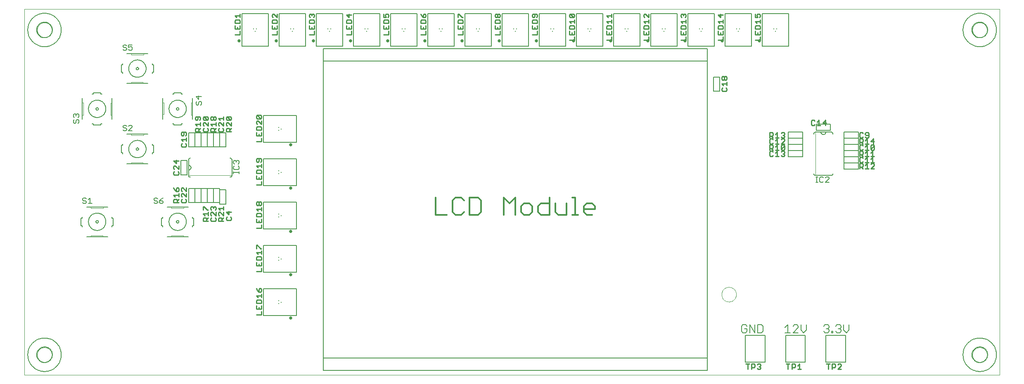
<source format=gto>
G75*
G70*
%OFA0B0*%
%FSLAX24Y24*%
%IPPOS*%
%LPD*%
%AMOC8*
5,1,8,0,0,1.08239X$1,22.5*
%
%ADD10C,0.0000*%
%ADD11C,0.0060*%
%ADD12C,0.0080*%
%ADD13C,0.0050*%
%ADD14C,0.0120*%
%ADD15C,0.0250*%
%ADD16R,0.0098X0.0098*%
%ADD17C,0.0090*%
%ADD18C,0.0020*%
D10*
X005581Y003913D02*
X005581Y033472D01*
X084321Y033472D01*
X084321Y003913D01*
X005581Y003913D01*
X006615Y005538D02*
X006617Y005586D01*
X006623Y005634D01*
X006633Y005681D01*
X006646Y005727D01*
X006664Y005772D01*
X006684Y005816D01*
X006709Y005858D01*
X006737Y005897D01*
X006767Y005934D01*
X006801Y005968D01*
X006838Y006000D01*
X006876Y006029D01*
X006917Y006054D01*
X006960Y006076D01*
X007005Y006094D01*
X007051Y006108D01*
X007098Y006119D01*
X007146Y006126D01*
X007194Y006129D01*
X007242Y006128D01*
X007290Y006123D01*
X007338Y006114D01*
X007384Y006102D01*
X007429Y006085D01*
X007473Y006065D01*
X007515Y006042D01*
X007555Y006015D01*
X007593Y005985D01*
X007628Y005952D01*
X007660Y005916D01*
X007690Y005878D01*
X007716Y005837D01*
X007738Y005794D01*
X007758Y005750D01*
X007773Y005705D01*
X007785Y005658D01*
X007793Y005610D01*
X007797Y005562D01*
X007797Y005514D01*
X007793Y005466D01*
X007785Y005418D01*
X007773Y005371D01*
X007758Y005326D01*
X007738Y005282D01*
X007716Y005239D01*
X007690Y005198D01*
X007660Y005160D01*
X007628Y005124D01*
X007593Y005091D01*
X007555Y005061D01*
X007515Y005034D01*
X007473Y005011D01*
X007429Y004991D01*
X007384Y004974D01*
X007338Y004962D01*
X007290Y004953D01*
X007242Y004948D01*
X007194Y004947D01*
X007146Y004950D01*
X007098Y004957D01*
X007051Y004968D01*
X007005Y004982D01*
X006960Y005000D01*
X006917Y005022D01*
X006876Y005047D01*
X006838Y005076D01*
X006801Y005108D01*
X006767Y005142D01*
X006737Y005179D01*
X006709Y005218D01*
X006684Y005260D01*
X006664Y005304D01*
X006646Y005349D01*
X006633Y005395D01*
X006623Y005442D01*
X006617Y005490D01*
X006615Y005538D01*
X006615Y031788D02*
X006617Y031836D01*
X006623Y031884D01*
X006633Y031931D01*
X006646Y031977D01*
X006664Y032022D01*
X006684Y032066D01*
X006709Y032108D01*
X006737Y032147D01*
X006767Y032184D01*
X006801Y032218D01*
X006838Y032250D01*
X006876Y032279D01*
X006917Y032304D01*
X006960Y032326D01*
X007005Y032344D01*
X007051Y032358D01*
X007098Y032369D01*
X007146Y032376D01*
X007194Y032379D01*
X007242Y032378D01*
X007290Y032373D01*
X007338Y032364D01*
X007384Y032352D01*
X007429Y032335D01*
X007473Y032315D01*
X007515Y032292D01*
X007555Y032265D01*
X007593Y032235D01*
X007628Y032202D01*
X007660Y032166D01*
X007690Y032128D01*
X007716Y032087D01*
X007738Y032044D01*
X007758Y032000D01*
X007773Y031955D01*
X007785Y031908D01*
X007793Y031860D01*
X007797Y031812D01*
X007797Y031764D01*
X007793Y031716D01*
X007785Y031668D01*
X007773Y031621D01*
X007758Y031576D01*
X007738Y031532D01*
X007716Y031489D01*
X007690Y031448D01*
X007660Y031410D01*
X007628Y031374D01*
X007593Y031341D01*
X007555Y031311D01*
X007515Y031284D01*
X007473Y031261D01*
X007429Y031241D01*
X007384Y031224D01*
X007338Y031212D01*
X007290Y031203D01*
X007242Y031198D01*
X007194Y031197D01*
X007146Y031200D01*
X007098Y031207D01*
X007051Y031218D01*
X007005Y031232D01*
X006960Y031250D01*
X006917Y031272D01*
X006876Y031297D01*
X006838Y031326D01*
X006801Y031358D01*
X006767Y031392D01*
X006737Y031429D01*
X006709Y031468D01*
X006684Y031510D01*
X006664Y031554D01*
X006646Y031599D01*
X006633Y031645D01*
X006623Y031692D01*
X006617Y031740D01*
X006615Y031788D01*
X061865Y010413D02*
X061867Y010461D01*
X061873Y010509D01*
X061883Y010556D01*
X061896Y010602D01*
X061914Y010647D01*
X061934Y010691D01*
X061959Y010733D01*
X061987Y010772D01*
X062017Y010809D01*
X062051Y010843D01*
X062088Y010875D01*
X062126Y010904D01*
X062167Y010929D01*
X062210Y010951D01*
X062255Y010969D01*
X062301Y010983D01*
X062348Y010994D01*
X062396Y011001D01*
X062444Y011004D01*
X062492Y011003D01*
X062540Y010998D01*
X062588Y010989D01*
X062634Y010977D01*
X062679Y010960D01*
X062723Y010940D01*
X062765Y010917D01*
X062805Y010890D01*
X062843Y010860D01*
X062878Y010827D01*
X062910Y010791D01*
X062940Y010753D01*
X062966Y010712D01*
X062988Y010669D01*
X063008Y010625D01*
X063023Y010580D01*
X063035Y010533D01*
X063043Y010485D01*
X063047Y010437D01*
X063047Y010389D01*
X063043Y010341D01*
X063035Y010293D01*
X063023Y010246D01*
X063008Y010201D01*
X062988Y010157D01*
X062966Y010114D01*
X062940Y010073D01*
X062910Y010035D01*
X062878Y009999D01*
X062843Y009966D01*
X062805Y009936D01*
X062765Y009909D01*
X062723Y009886D01*
X062679Y009866D01*
X062634Y009849D01*
X062588Y009837D01*
X062540Y009828D01*
X062492Y009823D01*
X062444Y009822D01*
X062396Y009825D01*
X062348Y009832D01*
X062301Y009843D01*
X062255Y009857D01*
X062210Y009875D01*
X062167Y009897D01*
X062126Y009922D01*
X062088Y009951D01*
X062051Y009983D01*
X062017Y010017D01*
X061987Y010054D01*
X061959Y010093D01*
X061934Y010135D01*
X061914Y010179D01*
X061896Y010224D01*
X061883Y010270D01*
X061873Y010317D01*
X061867Y010365D01*
X061865Y010413D01*
X082115Y005538D02*
X082117Y005586D01*
X082123Y005634D01*
X082133Y005681D01*
X082146Y005727D01*
X082164Y005772D01*
X082184Y005816D01*
X082209Y005858D01*
X082237Y005897D01*
X082267Y005934D01*
X082301Y005968D01*
X082338Y006000D01*
X082376Y006029D01*
X082417Y006054D01*
X082460Y006076D01*
X082505Y006094D01*
X082551Y006108D01*
X082598Y006119D01*
X082646Y006126D01*
X082694Y006129D01*
X082742Y006128D01*
X082790Y006123D01*
X082838Y006114D01*
X082884Y006102D01*
X082929Y006085D01*
X082973Y006065D01*
X083015Y006042D01*
X083055Y006015D01*
X083093Y005985D01*
X083128Y005952D01*
X083160Y005916D01*
X083190Y005878D01*
X083216Y005837D01*
X083238Y005794D01*
X083258Y005750D01*
X083273Y005705D01*
X083285Y005658D01*
X083293Y005610D01*
X083297Y005562D01*
X083297Y005514D01*
X083293Y005466D01*
X083285Y005418D01*
X083273Y005371D01*
X083258Y005326D01*
X083238Y005282D01*
X083216Y005239D01*
X083190Y005198D01*
X083160Y005160D01*
X083128Y005124D01*
X083093Y005091D01*
X083055Y005061D01*
X083015Y005034D01*
X082973Y005011D01*
X082929Y004991D01*
X082884Y004974D01*
X082838Y004962D01*
X082790Y004953D01*
X082742Y004948D01*
X082694Y004947D01*
X082646Y004950D01*
X082598Y004957D01*
X082551Y004968D01*
X082505Y004982D01*
X082460Y005000D01*
X082417Y005022D01*
X082376Y005047D01*
X082338Y005076D01*
X082301Y005108D01*
X082267Y005142D01*
X082237Y005179D01*
X082209Y005218D01*
X082184Y005260D01*
X082164Y005304D01*
X082146Y005349D01*
X082133Y005395D01*
X082123Y005442D01*
X082117Y005490D01*
X082115Y005538D01*
X082115Y031788D02*
X082117Y031836D01*
X082123Y031884D01*
X082133Y031931D01*
X082146Y031977D01*
X082164Y032022D01*
X082184Y032066D01*
X082209Y032108D01*
X082237Y032147D01*
X082267Y032184D01*
X082301Y032218D01*
X082338Y032250D01*
X082376Y032279D01*
X082417Y032304D01*
X082460Y032326D01*
X082505Y032344D01*
X082551Y032358D01*
X082598Y032369D01*
X082646Y032376D01*
X082694Y032379D01*
X082742Y032378D01*
X082790Y032373D01*
X082838Y032364D01*
X082884Y032352D01*
X082929Y032335D01*
X082973Y032315D01*
X083015Y032292D01*
X083055Y032265D01*
X083093Y032235D01*
X083128Y032202D01*
X083160Y032166D01*
X083190Y032128D01*
X083216Y032087D01*
X083238Y032044D01*
X083258Y032000D01*
X083273Y031955D01*
X083285Y031908D01*
X083293Y031860D01*
X083297Y031812D01*
X083297Y031764D01*
X083293Y031716D01*
X083285Y031668D01*
X083273Y031621D01*
X083258Y031576D01*
X083238Y031532D01*
X083216Y031489D01*
X083190Y031448D01*
X083160Y031410D01*
X083128Y031374D01*
X083093Y031341D01*
X083055Y031311D01*
X083015Y031284D01*
X082973Y031261D01*
X082929Y031241D01*
X082884Y031224D01*
X082838Y031212D01*
X082790Y031203D01*
X082742Y031198D01*
X082694Y031197D01*
X082646Y031200D01*
X082598Y031207D01*
X082551Y031218D01*
X082505Y031232D01*
X082460Y031250D01*
X082417Y031272D01*
X082376Y031297D01*
X082338Y031326D01*
X082301Y031358D01*
X082267Y031392D01*
X082237Y031429D01*
X082209Y031468D01*
X082184Y031510D01*
X082164Y031554D01*
X082146Y031599D01*
X082133Y031645D01*
X082123Y031692D01*
X082117Y031740D01*
X082115Y031788D01*
D11*
X081356Y031788D02*
X081358Y031861D01*
X081364Y031934D01*
X081374Y032006D01*
X081388Y032078D01*
X081405Y032149D01*
X081427Y032219D01*
X081452Y032288D01*
X081481Y032355D01*
X081513Y032420D01*
X081549Y032484D01*
X081589Y032546D01*
X081631Y032605D01*
X081677Y032662D01*
X081726Y032716D01*
X081778Y032768D01*
X081832Y032817D01*
X081889Y032863D01*
X081948Y032905D01*
X082010Y032945D01*
X082074Y032981D01*
X082139Y033013D01*
X082206Y033042D01*
X082275Y033067D01*
X082345Y033089D01*
X082416Y033106D01*
X082488Y033120D01*
X082560Y033130D01*
X082633Y033136D01*
X082706Y033138D01*
X082779Y033136D01*
X082852Y033130D01*
X082924Y033120D01*
X082996Y033106D01*
X083067Y033089D01*
X083137Y033067D01*
X083206Y033042D01*
X083273Y033013D01*
X083338Y032981D01*
X083402Y032945D01*
X083464Y032905D01*
X083523Y032863D01*
X083580Y032817D01*
X083634Y032768D01*
X083686Y032716D01*
X083735Y032662D01*
X083781Y032605D01*
X083823Y032546D01*
X083863Y032484D01*
X083899Y032420D01*
X083931Y032355D01*
X083960Y032288D01*
X083985Y032219D01*
X084007Y032149D01*
X084024Y032078D01*
X084038Y032006D01*
X084048Y031934D01*
X084054Y031861D01*
X084056Y031788D01*
X084054Y031715D01*
X084048Y031642D01*
X084038Y031570D01*
X084024Y031498D01*
X084007Y031427D01*
X083985Y031357D01*
X083960Y031288D01*
X083931Y031221D01*
X083899Y031156D01*
X083863Y031092D01*
X083823Y031030D01*
X083781Y030971D01*
X083735Y030914D01*
X083686Y030860D01*
X083634Y030808D01*
X083580Y030759D01*
X083523Y030713D01*
X083464Y030671D01*
X083402Y030631D01*
X083338Y030595D01*
X083273Y030563D01*
X083206Y030534D01*
X083137Y030509D01*
X083067Y030487D01*
X082996Y030470D01*
X082924Y030456D01*
X082852Y030446D01*
X082779Y030440D01*
X082706Y030438D01*
X082633Y030440D01*
X082560Y030446D01*
X082488Y030456D01*
X082416Y030470D01*
X082345Y030487D01*
X082275Y030509D01*
X082206Y030534D01*
X082139Y030563D01*
X082074Y030595D01*
X082010Y030631D01*
X081948Y030671D01*
X081889Y030713D01*
X081832Y030759D01*
X081778Y030808D01*
X081726Y030860D01*
X081677Y030914D01*
X081631Y030971D01*
X081589Y031030D01*
X081549Y031092D01*
X081513Y031156D01*
X081481Y031221D01*
X081452Y031288D01*
X081427Y031357D01*
X081405Y031427D01*
X081388Y031498D01*
X081374Y031570D01*
X081364Y031642D01*
X081358Y031715D01*
X081356Y031788D01*
X070701Y023538D02*
X070281Y023538D01*
X069881Y023538D01*
X069461Y023538D01*
X069438Y023536D01*
X069415Y023531D01*
X069393Y023522D01*
X069373Y023509D01*
X069355Y023494D01*
X069340Y023476D01*
X069327Y023456D01*
X069318Y023434D01*
X069313Y023411D01*
X069311Y023388D01*
X069881Y023538D02*
X069883Y023511D01*
X069888Y023484D01*
X069898Y023458D01*
X069910Y023434D01*
X069926Y023412D01*
X069944Y023392D01*
X069966Y023375D01*
X069989Y023360D01*
X070014Y023350D01*
X070040Y023342D01*
X070067Y023338D01*
X070095Y023338D01*
X070122Y023342D01*
X070148Y023350D01*
X070173Y023360D01*
X070196Y023375D01*
X070218Y023392D01*
X070236Y023412D01*
X070252Y023434D01*
X070264Y023458D01*
X070274Y023484D01*
X070279Y023511D01*
X070281Y023538D01*
X070701Y023538D02*
X070724Y023536D01*
X070747Y023531D01*
X070769Y023522D01*
X070789Y023509D01*
X070807Y023494D01*
X070822Y023476D01*
X070835Y023456D01*
X070844Y023434D01*
X070849Y023411D01*
X070851Y023388D01*
X070851Y020188D02*
X070849Y020165D01*
X070844Y020142D01*
X070835Y020120D01*
X070822Y020100D01*
X070807Y020082D01*
X070789Y020067D01*
X070769Y020054D01*
X070747Y020045D01*
X070724Y020040D01*
X070701Y020038D01*
X069461Y020038D01*
X069438Y020040D01*
X069415Y020045D01*
X069393Y020054D01*
X069373Y020067D01*
X069355Y020082D01*
X069340Y020100D01*
X069327Y020120D01*
X069318Y020142D01*
X069313Y020165D01*
X069311Y020188D01*
X068702Y007959D02*
X068702Y007532D01*
X068489Y007318D01*
X068275Y007532D01*
X068275Y007959D01*
X068058Y007852D02*
X067951Y007959D01*
X067737Y007959D01*
X067631Y007852D01*
X068058Y007852D02*
X068058Y007745D01*
X067631Y007318D01*
X068058Y007318D01*
X067413Y007318D02*
X066986Y007318D01*
X067199Y007318D02*
X067199Y007959D01*
X066986Y007745D01*
X065202Y007852D02*
X065202Y007425D01*
X065095Y007318D01*
X064775Y007318D01*
X064775Y007959D01*
X065095Y007959D01*
X065202Y007852D01*
X064558Y007959D02*
X064558Y007318D01*
X064131Y007959D01*
X064131Y007318D01*
X063913Y007425D02*
X063913Y007638D01*
X063699Y007638D01*
X063486Y007425D02*
X063593Y007318D01*
X063806Y007318D01*
X063913Y007425D01*
X063913Y007852D02*
X063806Y007959D01*
X063593Y007959D01*
X063486Y007852D01*
X063486Y007425D01*
X070111Y007425D02*
X070218Y007318D01*
X070431Y007318D01*
X070538Y007425D01*
X070538Y007532D01*
X070431Y007638D01*
X070324Y007638D01*
X070431Y007638D02*
X070538Y007745D01*
X070538Y007852D01*
X070431Y007959D01*
X070218Y007959D01*
X070111Y007852D01*
X070756Y007425D02*
X070862Y007425D01*
X070862Y007318D01*
X070756Y007318D01*
X070756Y007425D01*
X071078Y007425D02*
X071185Y007318D01*
X071398Y007318D01*
X071505Y007425D01*
X071505Y007532D01*
X071398Y007638D01*
X071291Y007638D01*
X071398Y007638D02*
X071505Y007745D01*
X071505Y007852D01*
X071398Y007959D01*
X071185Y007959D01*
X071078Y007852D01*
X071722Y007959D02*
X071722Y007532D01*
X071936Y007318D01*
X072149Y007532D01*
X072149Y007959D01*
X081356Y005538D02*
X081358Y005611D01*
X081364Y005684D01*
X081374Y005756D01*
X081388Y005828D01*
X081405Y005899D01*
X081427Y005969D01*
X081452Y006038D01*
X081481Y006105D01*
X081513Y006170D01*
X081549Y006234D01*
X081589Y006296D01*
X081631Y006355D01*
X081677Y006412D01*
X081726Y006466D01*
X081778Y006518D01*
X081832Y006567D01*
X081889Y006613D01*
X081948Y006655D01*
X082010Y006695D01*
X082074Y006731D01*
X082139Y006763D01*
X082206Y006792D01*
X082275Y006817D01*
X082345Y006839D01*
X082416Y006856D01*
X082488Y006870D01*
X082560Y006880D01*
X082633Y006886D01*
X082706Y006888D01*
X082779Y006886D01*
X082852Y006880D01*
X082924Y006870D01*
X082996Y006856D01*
X083067Y006839D01*
X083137Y006817D01*
X083206Y006792D01*
X083273Y006763D01*
X083338Y006731D01*
X083402Y006695D01*
X083464Y006655D01*
X083523Y006613D01*
X083580Y006567D01*
X083634Y006518D01*
X083686Y006466D01*
X083735Y006412D01*
X083781Y006355D01*
X083823Y006296D01*
X083863Y006234D01*
X083899Y006170D01*
X083931Y006105D01*
X083960Y006038D01*
X083985Y005969D01*
X084007Y005899D01*
X084024Y005828D01*
X084038Y005756D01*
X084048Y005684D01*
X084054Y005611D01*
X084056Y005538D01*
X084054Y005465D01*
X084048Y005392D01*
X084038Y005320D01*
X084024Y005248D01*
X084007Y005177D01*
X083985Y005107D01*
X083960Y005038D01*
X083931Y004971D01*
X083899Y004906D01*
X083863Y004842D01*
X083823Y004780D01*
X083781Y004721D01*
X083735Y004664D01*
X083686Y004610D01*
X083634Y004558D01*
X083580Y004509D01*
X083523Y004463D01*
X083464Y004421D01*
X083402Y004381D01*
X083338Y004345D01*
X083273Y004313D01*
X083206Y004284D01*
X083137Y004259D01*
X083067Y004237D01*
X082996Y004220D01*
X082924Y004206D01*
X082852Y004196D01*
X082779Y004190D01*
X082706Y004188D01*
X082633Y004190D01*
X082560Y004196D01*
X082488Y004206D01*
X082416Y004220D01*
X082345Y004237D01*
X082275Y004259D01*
X082206Y004284D01*
X082139Y004313D01*
X082074Y004345D01*
X082010Y004381D01*
X081948Y004421D01*
X081889Y004463D01*
X081832Y004509D01*
X081778Y004558D01*
X081726Y004610D01*
X081677Y004664D01*
X081631Y004721D01*
X081589Y004780D01*
X081549Y004842D01*
X081513Y004906D01*
X081481Y004971D01*
X081452Y005038D01*
X081427Y005107D01*
X081405Y005177D01*
X081388Y005248D01*
X081374Y005320D01*
X081364Y005392D01*
X081358Y005465D01*
X081356Y005538D01*
X022331Y020043D02*
X022331Y021283D01*
X022329Y021306D01*
X022324Y021329D01*
X022315Y021351D01*
X022302Y021371D01*
X022287Y021389D01*
X022269Y021404D01*
X022249Y021417D01*
X022227Y021426D01*
X022204Y021431D01*
X022181Y021433D01*
X018981Y021433D02*
X018958Y021431D01*
X018935Y021426D01*
X018913Y021417D01*
X018893Y021404D01*
X018875Y021389D01*
X018860Y021371D01*
X018847Y021351D01*
X018838Y021329D01*
X018833Y021306D01*
X018831Y021283D01*
X018831Y020863D01*
X018831Y020463D01*
X018831Y020043D01*
X018833Y020020D01*
X018838Y019997D01*
X018847Y019975D01*
X018860Y019955D01*
X018875Y019937D01*
X018893Y019922D01*
X018913Y019909D01*
X018935Y019900D01*
X018958Y019895D01*
X018981Y019893D01*
X018831Y020463D02*
X018858Y020465D01*
X018885Y020470D01*
X018911Y020480D01*
X018935Y020492D01*
X018957Y020508D01*
X018977Y020526D01*
X018994Y020548D01*
X019009Y020571D01*
X019019Y020596D01*
X019027Y020622D01*
X019031Y020649D01*
X019031Y020677D01*
X019027Y020704D01*
X019019Y020730D01*
X019009Y020755D01*
X018994Y020778D01*
X018977Y020800D01*
X018957Y020818D01*
X018935Y020834D01*
X018911Y020846D01*
X018885Y020856D01*
X018858Y020861D01*
X018831Y020863D01*
X016006Y021863D02*
X016006Y022463D01*
X015906Y022463D01*
X015906Y022563D01*
X015906Y021863D02*
X015906Y021763D01*
X015906Y021863D02*
X016006Y021863D01*
X014606Y022163D02*
X014608Y022183D01*
X014614Y022201D01*
X014623Y022219D01*
X014635Y022234D01*
X014650Y022246D01*
X014668Y022255D01*
X014686Y022261D01*
X014706Y022263D01*
X014726Y022261D01*
X014744Y022255D01*
X014762Y022246D01*
X014777Y022234D01*
X014789Y022219D01*
X014798Y022201D01*
X014804Y022183D01*
X014806Y022163D01*
X014804Y022143D01*
X014798Y022125D01*
X014789Y022107D01*
X014777Y022092D01*
X014762Y022080D01*
X014744Y022071D01*
X014726Y022065D01*
X014706Y022063D01*
X014686Y022065D01*
X014668Y022071D01*
X014650Y022080D01*
X014635Y022092D01*
X014623Y022107D01*
X014614Y022125D01*
X014608Y022143D01*
X014606Y022163D01*
X014006Y022163D02*
X014008Y022215D01*
X014014Y022267D01*
X014024Y022319D01*
X014037Y022369D01*
X014054Y022419D01*
X014075Y022467D01*
X014100Y022513D01*
X014128Y022557D01*
X014159Y022599D01*
X014193Y022639D01*
X014230Y022676D01*
X014270Y022710D01*
X014312Y022741D01*
X014356Y022769D01*
X014402Y022794D01*
X014450Y022815D01*
X014500Y022832D01*
X014550Y022845D01*
X014602Y022855D01*
X014654Y022861D01*
X014706Y022863D01*
X014758Y022861D01*
X014810Y022855D01*
X014862Y022845D01*
X014912Y022832D01*
X014962Y022815D01*
X015010Y022794D01*
X015056Y022769D01*
X015100Y022741D01*
X015142Y022710D01*
X015182Y022676D01*
X015219Y022639D01*
X015253Y022599D01*
X015284Y022557D01*
X015312Y022513D01*
X015337Y022467D01*
X015358Y022419D01*
X015375Y022369D01*
X015388Y022319D01*
X015398Y022267D01*
X015404Y022215D01*
X015406Y022163D01*
X015404Y022111D01*
X015398Y022059D01*
X015388Y022007D01*
X015375Y021957D01*
X015358Y021907D01*
X015337Y021859D01*
X015312Y021813D01*
X015284Y021769D01*
X015253Y021727D01*
X015219Y021687D01*
X015182Y021650D01*
X015142Y021616D01*
X015100Y021585D01*
X015056Y021557D01*
X015010Y021532D01*
X014962Y021511D01*
X014912Y021494D01*
X014862Y021481D01*
X014810Y021471D01*
X014758Y021465D01*
X014706Y021463D01*
X014654Y021465D01*
X014602Y021471D01*
X014550Y021481D01*
X014500Y021494D01*
X014450Y021511D01*
X014402Y021532D01*
X014356Y021557D01*
X014312Y021585D01*
X014270Y021616D01*
X014230Y021650D01*
X014193Y021687D01*
X014159Y021727D01*
X014128Y021769D01*
X014100Y021813D01*
X014075Y021859D01*
X014054Y021907D01*
X014037Y021957D01*
X014024Y022007D01*
X014014Y022059D01*
X014008Y022111D01*
X014006Y022163D01*
X013506Y022463D02*
X013406Y022463D01*
X013406Y021863D01*
X013506Y021863D01*
X013506Y021763D01*
X013856Y020963D02*
X014206Y020963D01*
X015156Y020963D01*
X015556Y020963D01*
X013506Y022463D02*
X013506Y022563D01*
X013856Y023363D02*
X014206Y023363D01*
X015206Y023363D01*
X015556Y023363D01*
X017556Y024213D02*
X017656Y024213D01*
X017656Y024113D01*
X018256Y024113D01*
X018256Y024213D01*
X018356Y024213D01*
X019156Y024563D02*
X019156Y024913D01*
X019156Y025913D01*
X019156Y026263D01*
X018356Y026613D02*
X018256Y026613D01*
X018256Y026713D01*
X017656Y026713D01*
X017656Y026613D01*
X017556Y026613D01*
X016756Y026263D02*
X016756Y025913D01*
X016756Y024963D01*
X016756Y024563D01*
X017856Y025413D02*
X017858Y025433D01*
X017864Y025451D01*
X017873Y025469D01*
X017885Y025484D01*
X017900Y025496D01*
X017918Y025505D01*
X017936Y025511D01*
X017956Y025513D01*
X017976Y025511D01*
X017994Y025505D01*
X018012Y025496D01*
X018027Y025484D01*
X018039Y025469D01*
X018048Y025451D01*
X018054Y025433D01*
X018056Y025413D01*
X018054Y025393D01*
X018048Y025375D01*
X018039Y025357D01*
X018027Y025342D01*
X018012Y025330D01*
X017994Y025321D01*
X017976Y025315D01*
X017956Y025313D01*
X017936Y025315D01*
X017918Y025321D01*
X017900Y025330D01*
X017885Y025342D01*
X017873Y025357D01*
X017864Y025375D01*
X017858Y025393D01*
X017856Y025413D01*
X017256Y025413D02*
X017258Y025465D01*
X017264Y025517D01*
X017274Y025569D01*
X017287Y025619D01*
X017304Y025669D01*
X017325Y025717D01*
X017350Y025763D01*
X017378Y025807D01*
X017409Y025849D01*
X017443Y025889D01*
X017480Y025926D01*
X017520Y025960D01*
X017562Y025991D01*
X017606Y026019D01*
X017652Y026044D01*
X017700Y026065D01*
X017750Y026082D01*
X017800Y026095D01*
X017852Y026105D01*
X017904Y026111D01*
X017956Y026113D01*
X018008Y026111D01*
X018060Y026105D01*
X018112Y026095D01*
X018162Y026082D01*
X018212Y026065D01*
X018260Y026044D01*
X018306Y026019D01*
X018350Y025991D01*
X018392Y025960D01*
X018432Y025926D01*
X018469Y025889D01*
X018503Y025849D01*
X018534Y025807D01*
X018562Y025763D01*
X018587Y025717D01*
X018608Y025669D01*
X018625Y025619D01*
X018638Y025569D01*
X018648Y025517D01*
X018654Y025465D01*
X018656Y025413D01*
X018654Y025361D01*
X018648Y025309D01*
X018638Y025257D01*
X018625Y025207D01*
X018608Y025157D01*
X018587Y025109D01*
X018562Y025063D01*
X018534Y025019D01*
X018503Y024977D01*
X018469Y024937D01*
X018432Y024900D01*
X018392Y024866D01*
X018350Y024835D01*
X018306Y024807D01*
X018260Y024782D01*
X018212Y024761D01*
X018162Y024744D01*
X018112Y024731D01*
X018060Y024721D01*
X018008Y024715D01*
X017956Y024713D01*
X017904Y024715D01*
X017852Y024721D01*
X017800Y024731D01*
X017750Y024744D01*
X017700Y024761D01*
X017652Y024782D01*
X017606Y024807D01*
X017562Y024835D01*
X017520Y024866D01*
X017480Y024900D01*
X017443Y024937D01*
X017409Y024977D01*
X017378Y025019D01*
X017350Y025063D01*
X017325Y025109D01*
X017304Y025157D01*
X017287Y025207D01*
X017274Y025257D01*
X017264Y025309D01*
X017258Y025361D01*
X017256Y025413D01*
X015556Y027463D02*
X015156Y027463D01*
X014206Y027463D01*
X013856Y027463D01*
X013506Y028263D02*
X013506Y028363D01*
X013406Y028363D01*
X013406Y028963D01*
X013506Y028963D01*
X013506Y029063D01*
X014606Y028663D02*
X014608Y028683D01*
X014614Y028701D01*
X014623Y028719D01*
X014635Y028734D01*
X014650Y028746D01*
X014668Y028755D01*
X014686Y028761D01*
X014706Y028763D01*
X014726Y028761D01*
X014744Y028755D01*
X014762Y028746D01*
X014777Y028734D01*
X014789Y028719D01*
X014798Y028701D01*
X014804Y028683D01*
X014806Y028663D01*
X014804Y028643D01*
X014798Y028625D01*
X014789Y028607D01*
X014777Y028592D01*
X014762Y028580D01*
X014744Y028571D01*
X014726Y028565D01*
X014706Y028563D01*
X014686Y028565D01*
X014668Y028571D01*
X014650Y028580D01*
X014635Y028592D01*
X014623Y028607D01*
X014614Y028625D01*
X014608Y028643D01*
X014606Y028663D01*
X014006Y028663D02*
X014008Y028715D01*
X014014Y028767D01*
X014024Y028819D01*
X014037Y028869D01*
X014054Y028919D01*
X014075Y028967D01*
X014100Y029013D01*
X014128Y029057D01*
X014159Y029099D01*
X014193Y029139D01*
X014230Y029176D01*
X014270Y029210D01*
X014312Y029241D01*
X014356Y029269D01*
X014402Y029294D01*
X014450Y029315D01*
X014500Y029332D01*
X014550Y029345D01*
X014602Y029355D01*
X014654Y029361D01*
X014706Y029363D01*
X014758Y029361D01*
X014810Y029355D01*
X014862Y029345D01*
X014912Y029332D01*
X014962Y029315D01*
X015010Y029294D01*
X015056Y029269D01*
X015100Y029241D01*
X015142Y029210D01*
X015182Y029176D01*
X015219Y029139D01*
X015253Y029099D01*
X015284Y029057D01*
X015312Y029013D01*
X015337Y028967D01*
X015358Y028919D01*
X015375Y028869D01*
X015388Y028819D01*
X015398Y028767D01*
X015404Y028715D01*
X015406Y028663D01*
X015404Y028611D01*
X015398Y028559D01*
X015388Y028507D01*
X015375Y028457D01*
X015358Y028407D01*
X015337Y028359D01*
X015312Y028313D01*
X015284Y028269D01*
X015253Y028227D01*
X015219Y028187D01*
X015182Y028150D01*
X015142Y028116D01*
X015100Y028085D01*
X015056Y028057D01*
X015010Y028032D01*
X014962Y028011D01*
X014912Y027994D01*
X014862Y027981D01*
X014810Y027971D01*
X014758Y027965D01*
X014706Y027963D01*
X014654Y027965D01*
X014602Y027971D01*
X014550Y027981D01*
X014500Y027994D01*
X014450Y028011D01*
X014402Y028032D01*
X014356Y028057D01*
X014312Y028085D01*
X014270Y028116D01*
X014230Y028150D01*
X014193Y028187D01*
X014159Y028227D01*
X014128Y028269D01*
X014100Y028313D01*
X014075Y028359D01*
X014054Y028407D01*
X014037Y028457D01*
X014024Y028507D01*
X014014Y028559D01*
X014008Y028611D01*
X014006Y028663D01*
X013856Y029863D02*
X014206Y029863D01*
X015206Y029863D01*
X015556Y029863D01*
X015906Y029063D02*
X015906Y028963D01*
X016006Y028963D01*
X016006Y028363D01*
X015906Y028363D01*
X015906Y028263D01*
X011856Y026613D02*
X011756Y026613D01*
X011756Y026713D01*
X011156Y026713D01*
X011156Y026613D01*
X011056Y026613D01*
X010256Y026263D02*
X010256Y025913D01*
X010256Y024913D01*
X010256Y024563D01*
X011056Y024213D02*
X011156Y024213D01*
X011156Y024113D01*
X011756Y024113D01*
X011756Y024213D01*
X011856Y024213D01*
X012656Y024563D02*
X012656Y024913D01*
X012656Y025863D01*
X012656Y026263D01*
X011356Y025413D02*
X011358Y025433D01*
X011364Y025451D01*
X011373Y025469D01*
X011385Y025484D01*
X011400Y025496D01*
X011418Y025505D01*
X011436Y025511D01*
X011456Y025513D01*
X011476Y025511D01*
X011494Y025505D01*
X011512Y025496D01*
X011527Y025484D01*
X011539Y025469D01*
X011548Y025451D01*
X011554Y025433D01*
X011556Y025413D01*
X011554Y025393D01*
X011548Y025375D01*
X011539Y025357D01*
X011527Y025342D01*
X011512Y025330D01*
X011494Y025321D01*
X011476Y025315D01*
X011456Y025313D01*
X011436Y025315D01*
X011418Y025321D01*
X011400Y025330D01*
X011385Y025342D01*
X011373Y025357D01*
X011364Y025375D01*
X011358Y025393D01*
X011356Y025413D01*
X010756Y025413D02*
X010758Y025465D01*
X010764Y025517D01*
X010774Y025569D01*
X010787Y025619D01*
X010804Y025669D01*
X010825Y025717D01*
X010850Y025763D01*
X010878Y025807D01*
X010909Y025849D01*
X010943Y025889D01*
X010980Y025926D01*
X011020Y025960D01*
X011062Y025991D01*
X011106Y026019D01*
X011152Y026044D01*
X011200Y026065D01*
X011250Y026082D01*
X011300Y026095D01*
X011352Y026105D01*
X011404Y026111D01*
X011456Y026113D01*
X011508Y026111D01*
X011560Y026105D01*
X011612Y026095D01*
X011662Y026082D01*
X011712Y026065D01*
X011760Y026044D01*
X011806Y026019D01*
X011850Y025991D01*
X011892Y025960D01*
X011932Y025926D01*
X011969Y025889D01*
X012003Y025849D01*
X012034Y025807D01*
X012062Y025763D01*
X012087Y025717D01*
X012108Y025669D01*
X012125Y025619D01*
X012138Y025569D01*
X012148Y025517D01*
X012154Y025465D01*
X012156Y025413D01*
X012154Y025361D01*
X012148Y025309D01*
X012138Y025257D01*
X012125Y025207D01*
X012108Y025157D01*
X012087Y025109D01*
X012062Y025063D01*
X012034Y025019D01*
X012003Y024977D01*
X011969Y024937D01*
X011932Y024900D01*
X011892Y024866D01*
X011850Y024835D01*
X011806Y024807D01*
X011760Y024782D01*
X011712Y024761D01*
X011662Y024744D01*
X011612Y024731D01*
X011560Y024721D01*
X011508Y024715D01*
X011456Y024713D01*
X011404Y024715D01*
X011352Y024721D01*
X011300Y024731D01*
X011250Y024744D01*
X011200Y024761D01*
X011152Y024782D01*
X011106Y024807D01*
X011062Y024835D01*
X011020Y024866D01*
X010980Y024900D01*
X010943Y024937D01*
X010909Y024977D01*
X010878Y025019D01*
X010850Y025063D01*
X010825Y025109D01*
X010804Y025157D01*
X010787Y025207D01*
X010774Y025257D01*
X010764Y025309D01*
X010758Y025361D01*
X010756Y025413D01*
X022181Y019893D02*
X022204Y019895D01*
X022227Y019900D01*
X022249Y019909D01*
X022269Y019922D01*
X022287Y019937D01*
X022302Y019955D01*
X022315Y019975D01*
X022324Y019997D01*
X022329Y020020D01*
X022331Y020043D01*
X018806Y017488D02*
X018456Y017488D01*
X017456Y017488D01*
X017106Y017488D01*
X016756Y016688D02*
X016756Y016588D01*
X016656Y016588D01*
X016656Y015988D01*
X016756Y015988D01*
X016756Y015888D01*
X017106Y015088D02*
X017456Y015088D01*
X018406Y015088D01*
X018806Y015088D01*
X019156Y015888D02*
X019156Y015988D01*
X019256Y015988D01*
X019256Y016588D01*
X019156Y016588D01*
X019156Y016688D01*
X017856Y016288D02*
X017858Y016308D01*
X017864Y016326D01*
X017873Y016344D01*
X017885Y016359D01*
X017900Y016371D01*
X017918Y016380D01*
X017936Y016386D01*
X017956Y016388D01*
X017976Y016386D01*
X017994Y016380D01*
X018012Y016371D01*
X018027Y016359D01*
X018039Y016344D01*
X018048Y016326D01*
X018054Y016308D01*
X018056Y016288D01*
X018054Y016268D01*
X018048Y016250D01*
X018039Y016232D01*
X018027Y016217D01*
X018012Y016205D01*
X017994Y016196D01*
X017976Y016190D01*
X017956Y016188D01*
X017936Y016190D01*
X017918Y016196D01*
X017900Y016205D01*
X017885Y016217D01*
X017873Y016232D01*
X017864Y016250D01*
X017858Y016268D01*
X017856Y016288D01*
X017256Y016288D02*
X017258Y016340D01*
X017264Y016392D01*
X017274Y016444D01*
X017287Y016494D01*
X017304Y016544D01*
X017325Y016592D01*
X017350Y016638D01*
X017378Y016682D01*
X017409Y016724D01*
X017443Y016764D01*
X017480Y016801D01*
X017520Y016835D01*
X017562Y016866D01*
X017606Y016894D01*
X017652Y016919D01*
X017700Y016940D01*
X017750Y016957D01*
X017800Y016970D01*
X017852Y016980D01*
X017904Y016986D01*
X017956Y016988D01*
X018008Y016986D01*
X018060Y016980D01*
X018112Y016970D01*
X018162Y016957D01*
X018212Y016940D01*
X018260Y016919D01*
X018306Y016894D01*
X018350Y016866D01*
X018392Y016835D01*
X018432Y016801D01*
X018469Y016764D01*
X018503Y016724D01*
X018534Y016682D01*
X018562Y016638D01*
X018587Y016592D01*
X018608Y016544D01*
X018625Y016494D01*
X018638Y016444D01*
X018648Y016392D01*
X018654Y016340D01*
X018656Y016288D01*
X018654Y016236D01*
X018648Y016184D01*
X018638Y016132D01*
X018625Y016082D01*
X018608Y016032D01*
X018587Y015984D01*
X018562Y015938D01*
X018534Y015894D01*
X018503Y015852D01*
X018469Y015812D01*
X018432Y015775D01*
X018392Y015741D01*
X018350Y015710D01*
X018306Y015682D01*
X018260Y015657D01*
X018212Y015636D01*
X018162Y015619D01*
X018112Y015606D01*
X018060Y015596D01*
X018008Y015590D01*
X017956Y015588D01*
X017904Y015590D01*
X017852Y015596D01*
X017800Y015606D01*
X017750Y015619D01*
X017700Y015636D01*
X017652Y015657D01*
X017606Y015682D01*
X017562Y015710D01*
X017520Y015741D01*
X017480Y015775D01*
X017443Y015812D01*
X017409Y015852D01*
X017378Y015894D01*
X017350Y015938D01*
X017325Y015984D01*
X017304Y016032D01*
X017287Y016082D01*
X017274Y016132D01*
X017264Y016184D01*
X017258Y016236D01*
X017256Y016288D01*
X012756Y015988D02*
X012756Y016588D01*
X012656Y016588D01*
X012656Y016688D01*
X012306Y017488D02*
X011956Y017488D01*
X010956Y017488D01*
X010606Y017488D01*
X010256Y016688D02*
X010256Y016588D01*
X010156Y016588D01*
X010156Y015988D01*
X010256Y015988D01*
X010256Y015888D01*
X011356Y016288D02*
X011358Y016308D01*
X011364Y016326D01*
X011373Y016344D01*
X011385Y016359D01*
X011400Y016371D01*
X011418Y016380D01*
X011436Y016386D01*
X011456Y016388D01*
X011476Y016386D01*
X011494Y016380D01*
X011512Y016371D01*
X011527Y016359D01*
X011539Y016344D01*
X011548Y016326D01*
X011554Y016308D01*
X011556Y016288D01*
X011554Y016268D01*
X011548Y016250D01*
X011539Y016232D01*
X011527Y016217D01*
X011512Y016205D01*
X011494Y016196D01*
X011476Y016190D01*
X011456Y016188D01*
X011436Y016190D01*
X011418Y016196D01*
X011400Y016205D01*
X011385Y016217D01*
X011373Y016232D01*
X011364Y016250D01*
X011358Y016268D01*
X011356Y016288D01*
X010756Y016288D02*
X010758Y016340D01*
X010764Y016392D01*
X010774Y016444D01*
X010787Y016494D01*
X010804Y016544D01*
X010825Y016592D01*
X010850Y016638D01*
X010878Y016682D01*
X010909Y016724D01*
X010943Y016764D01*
X010980Y016801D01*
X011020Y016835D01*
X011062Y016866D01*
X011106Y016894D01*
X011152Y016919D01*
X011200Y016940D01*
X011250Y016957D01*
X011300Y016970D01*
X011352Y016980D01*
X011404Y016986D01*
X011456Y016988D01*
X011508Y016986D01*
X011560Y016980D01*
X011612Y016970D01*
X011662Y016957D01*
X011712Y016940D01*
X011760Y016919D01*
X011806Y016894D01*
X011850Y016866D01*
X011892Y016835D01*
X011932Y016801D01*
X011969Y016764D01*
X012003Y016724D01*
X012034Y016682D01*
X012062Y016638D01*
X012087Y016592D01*
X012108Y016544D01*
X012125Y016494D01*
X012138Y016444D01*
X012148Y016392D01*
X012154Y016340D01*
X012156Y016288D01*
X012154Y016236D01*
X012148Y016184D01*
X012138Y016132D01*
X012125Y016082D01*
X012108Y016032D01*
X012087Y015984D01*
X012062Y015938D01*
X012034Y015894D01*
X012003Y015852D01*
X011969Y015812D01*
X011932Y015775D01*
X011892Y015741D01*
X011850Y015710D01*
X011806Y015682D01*
X011760Y015657D01*
X011712Y015636D01*
X011662Y015619D01*
X011612Y015606D01*
X011560Y015596D01*
X011508Y015590D01*
X011456Y015588D01*
X011404Y015590D01*
X011352Y015596D01*
X011300Y015606D01*
X011250Y015619D01*
X011200Y015636D01*
X011152Y015657D01*
X011106Y015682D01*
X011062Y015710D01*
X011020Y015741D01*
X010980Y015775D01*
X010943Y015812D01*
X010909Y015852D01*
X010878Y015894D01*
X010850Y015938D01*
X010825Y015984D01*
X010804Y016032D01*
X010787Y016082D01*
X010774Y016132D01*
X010764Y016184D01*
X010758Y016236D01*
X010756Y016288D01*
X010606Y015088D02*
X010956Y015088D01*
X011906Y015088D01*
X012306Y015088D01*
X012656Y015888D02*
X012656Y015988D01*
X012756Y015988D01*
X005856Y005538D02*
X005858Y005611D01*
X005864Y005684D01*
X005874Y005756D01*
X005888Y005828D01*
X005905Y005899D01*
X005927Y005969D01*
X005952Y006038D01*
X005981Y006105D01*
X006013Y006170D01*
X006049Y006234D01*
X006089Y006296D01*
X006131Y006355D01*
X006177Y006412D01*
X006226Y006466D01*
X006278Y006518D01*
X006332Y006567D01*
X006389Y006613D01*
X006448Y006655D01*
X006510Y006695D01*
X006574Y006731D01*
X006639Y006763D01*
X006706Y006792D01*
X006775Y006817D01*
X006845Y006839D01*
X006916Y006856D01*
X006988Y006870D01*
X007060Y006880D01*
X007133Y006886D01*
X007206Y006888D01*
X007279Y006886D01*
X007352Y006880D01*
X007424Y006870D01*
X007496Y006856D01*
X007567Y006839D01*
X007637Y006817D01*
X007706Y006792D01*
X007773Y006763D01*
X007838Y006731D01*
X007902Y006695D01*
X007964Y006655D01*
X008023Y006613D01*
X008080Y006567D01*
X008134Y006518D01*
X008186Y006466D01*
X008235Y006412D01*
X008281Y006355D01*
X008323Y006296D01*
X008363Y006234D01*
X008399Y006170D01*
X008431Y006105D01*
X008460Y006038D01*
X008485Y005969D01*
X008507Y005899D01*
X008524Y005828D01*
X008538Y005756D01*
X008548Y005684D01*
X008554Y005611D01*
X008556Y005538D01*
X008554Y005465D01*
X008548Y005392D01*
X008538Y005320D01*
X008524Y005248D01*
X008507Y005177D01*
X008485Y005107D01*
X008460Y005038D01*
X008431Y004971D01*
X008399Y004906D01*
X008363Y004842D01*
X008323Y004780D01*
X008281Y004721D01*
X008235Y004664D01*
X008186Y004610D01*
X008134Y004558D01*
X008080Y004509D01*
X008023Y004463D01*
X007964Y004421D01*
X007902Y004381D01*
X007838Y004345D01*
X007773Y004313D01*
X007706Y004284D01*
X007637Y004259D01*
X007567Y004237D01*
X007496Y004220D01*
X007424Y004206D01*
X007352Y004196D01*
X007279Y004190D01*
X007206Y004188D01*
X007133Y004190D01*
X007060Y004196D01*
X006988Y004206D01*
X006916Y004220D01*
X006845Y004237D01*
X006775Y004259D01*
X006706Y004284D01*
X006639Y004313D01*
X006574Y004345D01*
X006510Y004381D01*
X006448Y004421D01*
X006389Y004463D01*
X006332Y004509D01*
X006278Y004558D01*
X006226Y004610D01*
X006177Y004664D01*
X006131Y004721D01*
X006089Y004780D01*
X006049Y004842D01*
X006013Y004906D01*
X005981Y004971D01*
X005952Y005038D01*
X005927Y005107D01*
X005905Y005177D01*
X005888Y005248D01*
X005874Y005320D01*
X005864Y005392D01*
X005858Y005465D01*
X005856Y005538D01*
X005856Y031788D02*
X005858Y031861D01*
X005864Y031934D01*
X005874Y032006D01*
X005888Y032078D01*
X005905Y032149D01*
X005927Y032219D01*
X005952Y032288D01*
X005981Y032355D01*
X006013Y032420D01*
X006049Y032484D01*
X006089Y032546D01*
X006131Y032605D01*
X006177Y032662D01*
X006226Y032716D01*
X006278Y032768D01*
X006332Y032817D01*
X006389Y032863D01*
X006448Y032905D01*
X006510Y032945D01*
X006574Y032981D01*
X006639Y033013D01*
X006706Y033042D01*
X006775Y033067D01*
X006845Y033089D01*
X006916Y033106D01*
X006988Y033120D01*
X007060Y033130D01*
X007133Y033136D01*
X007206Y033138D01*
X007279Y033136D01*
X007352Y033130D01*
X007424Y033120D01*
X007496Y033106D01*
X007567Y033089D01*
X007637Y033067D01*
X007706Y033042D01*
X007773Y033013D01*
X007838Y032981D01*
X007902Y032945D01*
X007964Y032905D01*
X008023Y032863D01*
X008080Y032817D01*
X008134Y032768D01*
X008186Y032716D01*
X008235Y032662D01*
X008281Y032605D01*
X008323Y032546D01*
X008363Y032484D01*
X008399Y032420D01*
X008431Y032355D01*
X008460Y032288D01*
X008485Y032219D01*
X008507Y032149D01*
X008524Y032078D01*
X008538Y032006D01*
X008548Y031934D01*
X008554Y031861D01*
X008556Y031788D01*
X008554Y031715D01*
X008548Y031642D01*
X008538Y031570D01*
X008524Y031498D01*
X008507Y031427D01*
X008485Y031357D01*
X008460Y031288D01*
X008431Y031221D01*
X008399Y031156D01*
X008363Y031092D01*
X008323Y031030D01*
X008281Y030971D01*
X008235Y030914D01*
X008186Y030860D01*
X008134Y030808D01*
X008080Y030759D01*
X008023Y030713D01*
X007964Y030671D01*
X007902Y030631D01*
X007838Y030595D01*
X007773Y030563D01*
X007706Y030534D01*
X007637Y030509D01*
X007567Y030487D01*
X007496Y030470D01*
X007424Y030456D01*
X007352Y030446D01*
X007279Y030440D01*
X007206Y030438D01*
X007133Y030440D01*
X007060Y030446D01*
X006988Y030456D01*
X006916Y030470D01*
X006845Y030487D01*
X006775Y030509D01*
X006706Y030534D01*
X006639Y030563D01*
X006574Y030595D01*
X006510Y030631D01*
X006448Y030671D01*
X006389Y030713D01*
X006332Y030759D01*
X006278Y030808D01*
X006226Y030860D01*
X006177Y030914D01*
X006131Y030971D01*
X006089Y031030D01*
X006049Y031092D01*
X006013Y031156D01*
X005981Y031221D01*
X005952Y031288D01*
X005927Y031357D01*
X005905Y031427D01*
X005888Y031498D01*
X005874Y031570D01*
X005864Y031642D01*
X005858Y031715D01*
X005856Y031788D01*
D12*
X006576Y031788D02*
X006578Y031838D01*
X006584Y031888D01*
X006594Y031937D01*
X006608Y031985D01*
X006625Y032032D01*
X006646Y032077D01*
X006671Y032121D01*
X006699Y032162D01*
X006731Y032201D01*
X006765Y032238D01*
X006802Y032272D01*
X006842Y032302D01*
X006884Y032329D01*
X006928Y032353D01*
X006974Y032374D01*
X007021Y032390D01*
X007069Y032403D01*
X007119Y032412D01*
X007168Y032417D01*
X007219Y032418D01*
X007269Y032415D01*
X007318Y032408D01*
X007367Y032397D01*
X007415Y032382D01*
X007461Y032364D01*
X007506Y032342D01*
X007549Y032316D01*
X007590Y032287D01*
X007629Y032255D01*
X007665Y032220D01*
X007697Y032182D01*
X007727Y032142D01*
X007754Y032099D01*
X007777Y032055D01*
X007796Y032009D01*
X007812Y031961D01*
X007824Y031912D01*
X007832Y031863D01*
X007836Y031813D01*
X007836Y031763D01*
X007832Y031713D01*
X007824Y031664D01*
X007812Y031615D01*
X007796Y031567D01*
X007777Y031521D01*
X007754Y031477D01*
X007727Y031434D01*
X007697Y031394D01*
X007665Y031356D01*
X007629Y031321D01*
X007590Y031289D01*
X007549Y031260D01*
X007506Y031234D01*
X007461Y031212D01*
X007415Y031194D01*
X007367Y031179D01*
X007318Y031168D01*
X007269Y031161D01*
X007219Y031158D01*
X007168Y031159D01*
X007119Y031164D01*
X007069Y031173D01*
X007021Y031186D01*
X006974Y031202D01*
X006928Y031223D01*
X006884Y031247D01*
X006842Y031274D01*
X006802Y031304D01*
X006765Y031338D01*
X006731Y031375D01*
X006699Y031414D01*
X006671Y031455D01*
X006646Y031499D01*
X006625Y031544D01*
X006608Y031591D01*
X006594Y031639D01*
X006584Y031688D01*
X006578Y031738D01*
X006576Y031788D01*
X023131Y030463D02*
X023131Y033113D01*
X025281Y033113D01*
X025281Y030463D01*
X023131Y030463D01*
X026131Y030463D02*
X026131Y033113D01*
X028281Y033113D01*
X028281Y030463D01*
X026131Y030463D01*
X029131Y030463D02*
X029131Y033113D01*
X031281Y033113D01*
X031281Y030463D01*
X029131Y030463D01*
X032131Y030463D02*
X032131Y033113D01*
X034281Y033113D01*
X034281Y030463D01*
X032131Y030463D01*
X035131Y030463D02*
X035131Y033113D01*
X037281Y033113D01*
X037281Y030463D01*
X035131Y030463D01*
X038131Y030463D02*
X038131Y033113D01*
X040281Y033113D01*
X040281Y030463D01*
X038131Y030463D01*
X041131Y030463D02*
X041131Y033113D01*
X043281Y033113D01*
X043281Y030463D01*
X041131Y030463D01*
X044131Y030463D02*
X044131Y033113D01*
X046281Y033113D01*
X046281Y030463D01*
X044131Y030463D01*
X047131Y030463D02*
X047131Y033113D01*
X049281Y033113D01*
X049281Y030463D01*
X047131Y030463D01*
X050131Y030463D02*
X050131Y033113D01*
X052281Y033113D01*
X052281Y030463D01*
X050131Y030463D01*
X053131Y030463D02*
X053131Y033113D01*
X055281Y033113D01*
X055281Y030463D01*
X053131Y030463D01*
X056131Y030463D02*
X056131Y033113D01*
X058281Y033113D01*
X058281Y030463D01*
X056131Y030463D01*
X059131Y030463D02*
X059131Y033113D01*
X061281Y033113D01*
X061281Y030463D01*
X059131Y030463D01*
X062131Y030463D02*
X062131Y033113D01*
X064281Y033113D01*
X064281Y030463D01*
X062131Y030463D01*
X065131Y030463D02*
X065131Y033113D01*
X067281Y033113D01*
X067281Y030463D01*
X065131Y030463D01*
X061706Y027988D02*
X061706Y026838D01*
X061206Y026838D01*
X061206Y027988D01*
X061706Y027988D01*
X069506Y024163D02*
X070656Y024163D01*
X070656Y023663D01*
X069506Y023663D01*
X069506Y024163D01*
X068406Y023538D02*
X068406Y023038D01*
X068406Y022538D01*
X067256Y022538D01*
X067256Y023038D01*
X068406Y023038D01*
X067256Y023038D01*
X067256Y023538D01*
X068406Y023538D01*
X068406Y022538D02*
X067256Y022538D01*
X067256Y022038D01*
X067256Y021538D01*
X068406Y021538D01*
X068406Y022038D01*
X067256Y022038D01*
X068406Y022038D01*
X068406Y022538D01*
X071756Y022538D02*
X071756Y022038D01*
X072906Y022038D01*
X072906Y022538D01*
X071756Y022538D01*
X071756Y023038D01*
X071756Y023538D01*
X072906Y023538D01*
X072906Y023038D01*
X071756Y023038D01*
X072906Y023038D01*
X072906Y022538D01*
X071756Y022538D01*
X071756Y022038D02*
X071756Y021538D01*
X072906Y021538D01*
X072906Y021038D01*
X071756Y021038D01*
X071756Y021538D01*
X072906Y021538D01*
X072906Y022038D01*
X071756Y022038D01*
X071756Y021038D02*
X071756Y020538D01*
X072906Y020538D01*
X072906Y021038D01*
X071756Y021038D01*
X082076Y031788D02*
X082078Y031838D01*
X082084Y031888D01*
X082094Y031937D01*
X082108Y031985D01*
X082125Y032032D01*
X082146Y032077D01*
X082171Y032121D01*
X082199Y032162D01*
X082231Y032201D01*
X082265Y032238D01*
X082302Y032272D01*
X082342Y032302D01*
X082384Y032329D01*
X082428Y032353D01*
X082474Y032374D01*
X082521Y032390D01*
X082569Y032403D01*
X082619Y032412D01*
X082668Y032417D01*
X082719Y032418D01*
X082769Y032415D01*
X082818Y032408D01*
X082867Y032397D01*
X082915Y032382D01*
X082961Y032364D01*
X083006Y032342D01*
X083049Y032316D01*
X083090Y032287D01*
X083129Y032255D01*
X083165Y032220D01*
X083197Y032182D01*
X083227Y032142D01*
X083254Y032099D01*
X083277Y032055D01*
X083296Y032009D01*
X083312Y031961D01*
X083324Y031912D01*
X083332Y031863D01*
X083336Y031813D01*
X083336Y031763D01*
X083332Y031713D01*
X083324Y031664D01*
X083312Y031615D01*
X083296Y031567D01*
X083277Y031521D01*
X083254Y031477D01*
X083227Y031434D01*
X083197Y031394D01*
X083165Y031356D01*
X083129Y031321D01*
X083090Y031289D01*
X083049Y031260D01*
X083006Y031234D01*
X082961Y031212D01*
X082915Y031194D01*
X082867Y031179D01*
X082818Y031168D01*
X082769Y031161D01*
X082719Y031158D01*
X082668Y031159D01*
X082619Y031164D01*
X082569Y031173D01*
X082521Y031186D01*
X082474Y031202D01*
X082428Y031223D01*
X082384Y031247D01*
X082342Y031274D01*
X082302Y031304D01*
X082265Y031338D01*
X082231Y031375D01*
X082199Y031414D01*
X082171Y031455D01*
X082146Y031499D01*
X082125Y031544D01*
X082108Y031591D01*
X082094Y031639D01*
X082084Y031688D01*
X082078Y031738D01*
X082076Y031788D01*
X071868Y007121D02*
X070294Y007121D01*
X070294Y004955D01*
X071868Y004955D01*
X071868Y007121D01*
X068618Y007121D02*
X068618Y004955D01*
X067044Y004955D01*
X067044Y007121D01*
X068618Y007121D01*
X065368Y007121D02*
X065368Y004955D01*
X063794Y004955D01*
X063794Y007121D01*
X065368Y007121D01*
X082076Y005538D02*
X082078Y005588D01*
X082084Y005638D01*
X082094Y005687D01*
X082108Y005735D01*
X082125Y005782D01*
X082146Y005827D01*
X082171Y005871D01*
X082199Y005912D01*
X082231Y005951D01*
X082265Y005988D01*
X082302Y006022D01*
X082342Y006052D01*
X082384Y006079D01*
X082428Y006103D01*
X082474Y006124D01*
X082521Y006140D01*
X082569Y006153D01*
X082619Y006162D01*
X082668Y006167D01*
X082719Y006168D01*
X082769Y006165D01*
X082818Y006158D01*
X082867Y006147D01*
X082915Y006132D01*
X082961Y006114D01*
X083006Y006092D01*
X083049Y006066D01*
X083090Y006037D01*
X083129Y006005D01*
X083165Y005970D01*
X083197Y005932D01*
X083227Y005892D01*
X083254Y005849D01*
X083277Y005805D01*
X083296Y005759D01*
X083312Y005711D01*
X083324Y005662D01*
X083332Y005613D01*
X083336Y005563D01*
X083336Y005513D01*
X083332Y005463D01*
X083324Y005414D01*
X083312Y005365D01*
X083296Y005317D01*
X083277Y005271D01*
X083254Y005227D01*
X083227Y005184D01*
X083197Y005144D01*
X083165Y005106D01*
X083129Y005071D01*
X083090Y005039D01*
X083049Y005010D01*
X083006Y004984D01*
X082961Y004962D01*
X082915Y004944D01*
X082867Y004929D01*
X082818Y004918D01*
X082769Y004911D01*
X082719Y004908D01*
X082668Y004909D01*
X082619Y004914D01*
X082569Y004923D01*
X082521Y004936D01*
X082474Y004952D01*
X082428Y004973D01*
X082384Y004997D01*
X082342Y005024D01*
X082302Y005054D01*
X082265Y005088D01*
X082231Y005125D01*
X082199Y005164D01*
X082171Y005205D01*
X082146Y005249D01*
X082125Y005294D01*
X082108Y005341D01*
X082094Y005389D01*
X082084Y005438D01*
X082078Y005488D01*
X082076Y005538D01*
X027531Y008713D02*
X024881Y008713D01*
X024881Y010863D01*
X027531Y010863D01*
X027531Y008713D01*
X027531Y012213D02*
X024881Y012213D01*
X024881Y014363D01*
X027531Y014363D01*
X027531Y012213D01*
X027531Y015713D02*
X024881Y015713D01*
X024881Y017863D01*
X027531Y017863D01*
X027531Y015713D01*
X021831Y017713D02*
X021331Y017713D01*
X021331Y018863D01*
X021831Y018863D01*
X021831Y017713D01*
X021331Y017838D02*
X020831Y017838D01*
X020831Y018988D01*
X021331Y018988D01*
X021331Y017838D01*
X020831Y017838D02*
X020331Y017838D01*
X020331Y018988D01*
X020831Y018988D01*
X020831Y017838D01*
X020331Y017838D02*
X019831Y017838D01*
X019331Y017838D01*
X019331Y018988D01*
X019831Y018988D01*
X019831Y017838D01*
X019831Y018988D01*
X020331Y018988D01*
X020331Y017838D01*
X019331Y017838D02*
X018831Y017838D01*
X018831Y018988D01*
X019331Y018988D01*
X019331Y017838D01*
X018706Y020088D02*
X018206Y020088D01*
X018206Y021238D01*
X018706Y021238D01*
X018706Y020088D01*
X018831Y022338D02*
X018831Y023488D01*
X019331Y023488D01*
X019331Y022338D01*
X018831Y022338D01*
X019331Y022338D02*
X019831Y022338D01*
X019831Y023488D01*
X020331Y023488D01*
X020331Y022338D01*
X019831Y022338D01*
X019831Y023488D01*
X019331Y023488D01*
X019331Y022338D01*
X020331Y022338D02*
X020831Y022338D01*
X020831Y023488D01*
X021331Y023488D01*
X021331Y022338D01*
X020831Y022338D01*
X020831Y023488D01*
X020331Y023488D01*
X020331Y022338D01*
X021331Y022338D02*
X021831Y022338D01*
X021831Y023488D01*
X021331Y023488D01*
X021331Y022338D01*
X024881Y022713D02*
X024881Y024863D01*
X027531Y024863D01*
X027531Y022713D01*
X024881Y022713D01*
X024881Y021363D02*
X024881Y019213D01*
X027531Y019213D01*
X027531Y021363D01*
X024881Y021363D01*
X006576Y005538D02*
X006578Y005588D01*
X006584Y005638D01*
X006594Y005687D01*
X006608Y005735D01*
X006625Y005782D01*
X006646Y005827D01*
X006671Y005871D01*
X006699Y005912D01*
X006731Y005951D01*
X006765Y005988D01*
X006802Y006022D01*
X006842Y006052D01*
X006884Y006079D01*
X006928Y006103D01*
X006974Y006124D01*
X007021Y006140D01*
X007069Y006153D01*
X007119Y006162D01*
X007168Y006167D01*
X007219Y006168D01*
X007269Y006165D01*
X007318Y006158D01*
X007367Y006147D01*
X007415Y006132D01*
X007461Y006114D01*
X007506Y006092D01*
X007549Y006066D01*
X007590Y006037D01*
X007629Y006005D01*
X007665Y005970D01*
X007697Y005932D01*
X007727Y005892D01*
X007754Y005849D01*
X007777Y005805D01*
X007796Y005759D01*
X007812Y005711D01*
X007824Y005662D01*
X007832Y005613D01*
X007836Y005563D01*
X007836Y005513D01*
X007832Y005463D01*
X007824Y005414D01*
X007812Y005365D01*
X007796Y005317D01*
X007777Y005271D01*
X007754Y005227D01*
X007727Y005184D01*
X007697Y005144D01*
X007665Y005106D01*
X007629Y005071D01*
X007590Y005039D01*
X007549Y005010D01*
X007506Y004984D01*
X007461Y004962D01*
X007415Y004944D01*
X007367Y004929D01*
X007318Y004918D01*
X007269Y004911D01*
X007219Y004908D01*
X007168Y004909D01*
X007119Y004914D01*
X007069Y004923D01*
X007021Y004936D01*
X006974Y004952D01*
X006928Y004973D01*
X006884Y004997D01*
X006842Y005024D01*
X006802Y005054D01*
X006765Y005088D01*
X006731Y005125D01*
X006699Y005164D01*
X006671Y005205D01*
X006646Y005249D01*
X006625Y005294D01*
X006608Y005341D01*
X006594Y005389D01*
X006584Y005438D01*
X006578Y005488D01*
X006576Y005538D01*
D13*
X029706Y005288D02*
X029706Y029288D01*
X060706Y029288D01*
X060706Y005288D01*
X029706Y005288D01*
X029706Y004288D02*
X060706Y004288D01*
X060706Y030288D01*
X029706Y030288D01*
X029706Y004288D01*
X016717Y017763D02*
X016792Y017838D01*
X016792Y017913D01*
X016717Y017988D01*
X016491Y017988D01*
X016491Y017838D01*
X016566Y017763D01*
X016717Y017763D01*
X016491Y017988D02*
X016641Y018138D01*
X016792Y018213D01*
X016331Y018138D02*
X016256Y018213D01*
X016106Y018213D01*
X016031Y018138D01*
X016031Y018063D01*
X016106Y017988D01*
X016256Y017988D01*
X016331Y017913D01*
X016331Y017838D01*
X016256Y017763D01*
X016106Y017763D01*
X016031Y017838D01*
X011042Y017763D02*
X010741Y017763D01*
X010891Y017763D02*
X010891Y018213D01*
X010741Y018063D01*
X010581Y018138D02*
X010506Y018213D01*
X010356Y018213D01*
X010281Y018138D01*
X010281Y018063D01*
X010356Y017988D01*
X010506Y017988D01*
X010581Y017913D01*
X010581Y017838D01*
X010506Y017763D01*
X010356Y017763D01*
X010281Y017838D01*
X013606Y023638D02*
X013531Y023713D01*
X013606Y023638D02*
X013756Y023638D01*
X013831Y023713D01*
X013831Y023788D01*
X013756Y023863D01*
X013606Y023863D01*
X013531Y023938D01*
X013531Y024013D01*
X013606Y024088D01*
X013756Y024088D01*
X013831Y024013D01*
X013991Y024013D02*
X014066Y024088D01*
X014217Y024088D01*
X014292Y024013D01*
X014292Y023938D01*
X013991Y023638D01*
X014292Y023638D01*
X009981Y024313D02*
X009906Y024238D01*
X009981Y024313D02*
X009981Y024463D01*
X009906Y024538D01*
X009831Y024538D01*
X009756Y024463D01*
X009756Y024313D01*
X009681Y024238D01*
X009606Y024238D01*
X009531Y024313D01*
X009531Y024463D01*
X009606Y024538D01*
X009606Y024698D02*
X009531Y024773D01*
X009531Y024924D01*
X009606Y024999D01*
X009681Y024999D01*
X009756Y024924D01*
X009831Y024999D01*
X009906Y024999D01*
X009981Y024924D01*
X009981Y024773D01*
X009906Y024698D01*
X009756Y024849D02*
X009756Y024924D01*
X019431Y025792D02*
X019506Y025717D01*
X019581Y025717D01*
X019656Y025792D01*
X019656Y025942D01*
X019731Y026017D01*
X019806Y026017D01*
X019881Y025942D01*
X019881Y025792D01*
X019806Y025717D01*
X019431Y025792D02*
X019431Y025942D01*
X019506Y026017D01*
X019656Y026178D02*
X019656Y026478D01*
X019881Y026403D02*
X019431Y026403D01*
X019656Y026178D01*
X014292Y030213D02*
X014217Y030138D01*
X014066Y030138D01*
X013991Y030213D01*
X013991Y030363D02*
X014141Y030438D01*
X014217Y030438D01*
X014292Y030363D01*
X014292Y030213D01*
X013991Y030363D02*
X013991Y030588D01*
X014292Y030588D01*
X013831Y030513D02*
X013756Y030588D01*
X013606Y030588D01*
X013531Y030513D01*
X013531Y030438D01*
X013606Y030363D01*
X013756Y030363D01*
X013831Y030288D01*
X013831Y030213D01*
X013756Y030138D01*
X013606Y030138D01*
X013531Y030213D01*
X022531Y021256D02*
X022606Y021256D01*
X022681Y021181D01*
X022756Y021256D01*
X022831Y021256D01*
X022906Y021181D01*
X022906Y021030D01*
X022831Y020955D01*
X022831Y020795D02*
X022906Y020720D01*
X022906Y020570D01*
X022831Y020495D01*
X022531Y020495D01*
X022456Y020570D01*
X022456Y020720D01*
X022531Y020795D01*
X022531Y020955D02*
X022456Y021030D01*
X022456Y021181D01*
X022531Y021256D01*
X022681Y021181D02*
X022681Y021105D01*
X022906Y020338D02*
X022906Y020188D01*
X022906Y020263D02*
X022456Y020263D01*
X022456Y020188D02*
X022456Y020338D01*
X069481Y019913D02*
X069631Y019913D01*
X069556Y019913D02*
X069556Y019463D01*
X069481Y019463D02*
X069631Y019463D01*
X069788Y019538D02*
X069863Y019463D01*
X070013Y019463D01*
X070088Y019538D01*
X070248Y019463D02*
X070549Y019763D01*
X070549Y019838D01*
X070473Y019913D01*
X070323Y019913D01*
X070248Y019838D01*
X070088Y019838D02*
X070013Y019913D01*
X069863Y019913D01*
X069788Y019838D01*
X069788Y019538D01*
X070248Y019463D02*
X070549Y019463D01*
D14*
X051657Y017539D02*
X051657Y017308D01*
X050736Y017308D01*
X050736Y017078D02*
X050736Y017539D01*
X050966Y017769D01*
X051427Y017769D01*
X051657Y017539D01*
X051427Y016848D02*
X050966Y016848D01*
X050736Y017078D01*
X050276Y016848D02*
X049815Y016848D01*
X050046Y016848D02*
X050046Y018229D01*
X049815Y018229D01*
X049355Y017769D02*
X049355Y016848D01*
X048664Y016848D01*
X048434Y017078D01*
X048434Y017769D01*
X047974Y017769D02*
X047283Y017769D01*
X047053Y017539D01*
X047053Y017078D01*
X047283Y016848D01*
X047974Y016848D01*
X047974Y018229D01*
X046593Y017539D02*
X046362Y017769D01*
X045902Y017769D01*
X045672Y017539D01*
X045672Y017078D01*
X045902Y016848D01*
X046362Y016848D01*
X046593Y017078D01*
X046593Y017539D01*
X045211Y018229D02*
X045211Y016848D01*
X044291Y016848D02*
X044291Y018229D01*
X044751Y017769D01*
X045211Y018229D01*
X042449Y017999D02*
X042449Y017078D01*
X042219Y016848D01*
X041528Y016848D01*
X041528Y018229D01*
X042219Y018229D01*
X042449Y017999D01*
X041068Y017999D02*
X040838Y018229D01*
X040377Y018229D01*
X040147Y017999D01*
X040147Y017078D01*
X040377Y016848D01*
X040838Y016848D01*
X041068Y017078D01*
X039687Y016848D02*
X038766Y016848D01*
X038766Y018229D01*
D15*
X027087Y019007D03*
X027087Y022507D03*
X027087Y015507D03*
X027087Y012007D03*
X027087Y008507D03*
X025925Y030907D03*
X022925Y030907D03*
X028925Y030907D03*
X031925Y030907D03*
X034925Y030907D03*
X037925Y030907D03*
X040925Y030907D03*
X043925Y030907D03*
X046925Y030907D03*
X049925Y030907D03*
X052925Y030907D03*
X055925Y030907D03*
X058925Y030907D03*
X061925Y030907D03*
X064925Y030907D03*
D16*
X066206Y031690D03*
X066324Y031886D03*
X066088Y031886D03*
X063324Y031886D03*
X063206Y031690D03*
X063088Y031886D03*
X060324Y031886D03*
X060206Y031690D03*
X060088Y031886D03*
X057324Y031886D03*
X057206Y031690D03*
X057088Y031886D03*
X054324Y031886D03*
X054206Y031690D03*
X054088Y031886D03*
X051324Y031886D03*
X051206Y031690D03*
X051088Y031886D03*
X048324Y031886D03*
X048206Y031690D03*
X048088Y031886D03*
X045324Y031886D03*
X045206Y031690D03*
X045088Y031886D03*
X042324Y031886D03*
X042206Y031690D03*
X042088Y031886D03*
X039324Y031886D03*
X039206Y031690D03*
X039088Y031886D03*
X036324Y031886D03*
X036206Y031690D03*
X036088Y031886D03*
X033324Y031886D03*
X033206Y031690D03*
X033088Y031886D03*
X030324Y031886D03*
X030206Y031690D03*
X030088Y031886D03*
X027324Y031886D03*
X027206Y031690D03*
X027088Y031886D03*
X024324Y031886D03*
X024206Y031690D03*
X024088Y031886D03*
X026108Y023906D03*
X026304Y023788D03*
X026108Y023670D03*
X026108Y020406D03*
X026304Y020288D03*
X026108Y020170D03*
X026108Y016906D03*
X026304Y016788D03*
X026108Y016670D03*
X026108Y013406D03*
X026304Y013288D03*
X026108Y013170D03*
X026108Y009906D03*
X026304Y009788D03*
X026108Y009670D03*
D17*
X024709Y009699D02*
X024709Y009905D01*
X024640Y009973D01*
X024367Y009973D01*
X024298Y009905D01*
X024298Y009699D01*
X024709Y009699D01*
X024709Y009513D02*
X024709Y009239D01*
X024298Y009239D01*
X024298Y009513D01*
X024503Y009376D02*
X024503Y009239D01*
X024709Y009052D02*
X024709Y008779D01*
X024298Y008779D01*
X024435Y010160D02*
X024298Y010297D01*
X024709Y010297D01*
X024709Y010433D02*
X024709Y010160D01*
X024640Y010620D02*
X024709Y010689D01*
X024709Y010825D01*
X024640Y010894D01*
X024572Y010894D01*
X024503Y010825D01*
X024503Y010620D01*
X024640Y010620D01*
X024503Y010620D02*
X024367Y010757D01*
X024298Y010894D01*
X024298Y012279D02*
X024709Y012279D01*
X024709Y012552D01*
X024709Y012739D02*
X024709Y013013D01*
X024709Y013199D02*
X024709Y013405D01*
X024640Y013473D01*
X024367Y013473D01*
X024298Y013405D01*
X024298Y013199D01*
X024709Y013199D01*
X024503Y012876D02*
X024503Y012739D01*
X024298Y012739D02*
X024709Y012739D01*
X024298Y012739D02*
X024298Y013013D01*
X024435Y013660D02*
X024298Y013797D01*
X024709Y013797D01*
X024709Y013933D02*
X024709Y013660D01*
X024709Y014120D02*
X024640Y014120D01*
X024367Y014394D01*
X024298Y014394D01*
X024298Y014120D01*
X024298Y015779D02*
X024709Y015779D01*
X024709Y016052D01*
X024709Y016239D02*
X024709Y016513D01*
X024709Y016699D02*
X024709Y016905D01*
X024640Y016973D01*
X024367Y016973D01*
X024298Y016905D01*
X024298Y016699D01*
X024709Y016699D01*
X024503Y016376D02*
X024503Y016239D01*
X024298Y016239D02*
X024709Y016239D01*
X024298Y016239D02*
X024298Y016513D01*
X024435Y017160D02*
X024298Y017297D01*
X024709Y017297D01*
X024709Y017433D02*
X024709Y017160D01*
X024640Y017620D02*
X024572Y017620D01*
X024503Y017689D01*
X024503Y017825D01*
X024572Y017894D01*
X024640Y017894D01*
X024709Y017825D01*
X024709Y017689D01*
X024640Y017620D01*
X024503Y017689D02*
X024435Y017620D01*
X024367Y017620D01*
X024298Y017689D01*
X024298Y017825D01*
X024367Y017894D01*
X024435Y017894D01*
X024503Y017825D01*
X022286Y017078D02*
X021876Y017078D01*
X022081Y016873D01*
X022081Y017146D01*
X021661Y017061D02*
X021661Y016787D01*
X021387Y017061D01*
X021319Y017061D01*
X021251Y016992D01*
X021251Y016856D01*
X021319Y016787D01*
X021319Y016600D02*
X021456Y016600D01*
X021524Y016532D01*
X021524Y016327D01*
X021524Y016464D02*
X021661Y016600D01*
X021876Y016617D02*
X021876Y016481D01*
X021944Y016412D01*
X022218Y016412D01*
X022286Y016481D01*
X022286Y016617D01*
X022218Y016686D01*
X021944Y016686D02*
X021876Y016617D01*
X021661Y016327D02*
X021251Y016327D01*
X021251Y016532D01*
X021319Y016600D01*
X021036Y016532D02*
X020968Y016600D01*
X021036Y016532D02*
X021036Y016395D01*
X020968Y016327D01*
X020694Y016327D01*
X020626Y016395D01*
X020626Y016532D01*
X020694Y016600D01*
X020694Y016787D02*
X020626Y016856D01*
X020626Y016992D01*
X020694Y017061D01*
X020762Y017061D01*
X021036Y016787D01*
X021036Y017061D01*
X020968Y017248D02*
X021036Y017316D01*
X021036Y017453D01*
X020968Y017521D01*
X020899Y017521D01*
X020831Y017453D01*
X020831Y017384D01*
X020831Y017453D02*
X020762Y017521D01*
X020694Y017521D01*
X020626Y017453D01*
X020626Y017316D01*
X020694Y017248D01*
X020411Y017248D02*
X020343Y017248D01*
X020069Y017521D01*
X020001Y017521D01*
X020001Y017248D01*
X020001Y016924D02*
X020411Y016924D01*
X020411Y016787D02*
X020411Y017061D01*
X020137Y016787D02*
X020001Y016924D01*
X020069Y016600D02*
X020206Y016600D01*
X020274Y016532D01*
X020274Y016327D01*
X020274Y016464D02*
X020411Y016600D01*
X020411Y016327D02*
X020001Y016327D01*
X020001Y016532D01*
X020069Y016600D01*
X021251Y017384D02*
X021661Y017384D01*
X021661Y017248D02*
X021661Y017521D01*
X021387Y017248D02*
X021251Y017384D01*
X018661Y017901D02*
X018661Y018038D01*
X018593Y018107D01*
X018661Y018293D02*
X018387Y018567D01*
X018319Y018567D01*
X018251Y018499D01*
X018251Y018362D01*
X018319Y018293D01*
X018319Y018107D02*
X018251Y018038D01*
X018251Y017901D01*
X018319Y017833D01*
X018593Y017833D01*
X018661Y017901D01*
X018661Y018293D02*
X018661Y018567D01*
X018661Y018754D02*
X018387Y019027D01*
X018319Y019027D01*
X018251Y018959D01*
X018251Y018822D01*
X018319Y018754D01*
X018036Y018822D02*
X017968Y018754D01*
X017831Y018754D01*
X017831Y018959D01*
X017899Y019027D01*
X017968Y019027D01*
X018036Y018959D01*
X018036Y018822D01*
X017831Y018754D02*
X017694Y018891D01*
X017626Y019027D01*
X017626Y018430D02*
X018036Y018430D01*
X018036Y018293D02*
X018036Y018567D01*
X017762Y018293D02*
X017626Y018430D01*
X017694Y018107D02*
X017831Y018107D01*
X017899Y018038D01*
X017899Y017833D01*
X017899Y017970D02*
X018036Y018107D01*
X018036Y017833D02*
X017626Y017833D01*
X017626Y018038D01*
X017694Y018107D01*
X018661Y018754D02*
X018661Y019027D01*
X017968Y020083D02*
X017694Y020083D01*
X017626Y020151D01*
X017626Y020288D01*
X017694Y020357D01*
X017694Y020543D02*
X017626Y020612D01*
X017626Y020749D01*
X017694Y020817D01*
X017762Y020817D01*
X018036Y020543D01*
X018036Y020817D01*
X017831Y021004D02*
X017831Y021277D01*
X018036Y021209D02*
X017626Y021209D01*
X017831Y021004D01*
X017968Y020357D02*
X018036Y020288D01*
X018036Y020151D01*
X017968Y020083D01*
X018319Y022333D02*
X018593Y022333D01*
X018661Y022401D01*
X018661Y022538D01*
X018593Y022607D01*
X018661Y022793D02*
X018661Y023067D01*
X018661Y022930D02*
X018251Y022930D01*
X018387Y022793D01*
X018319Y022607D02*
X018251Y022538D01*
X018251Y022401D01*
X018319Y022333D01*
X018319Y023254D02*
X018387Y023254D01*
X018456Y023322D01*
X018456Y023527D01*
X018593Y023527D02*
X018319Y023527D01*
X018251Y023459D01*
X018251Y023322D01*
X018319Y023254D01*
X018593Y023254D02*
X018661Y023322D01*
X018661Y023459D01*
X018593Y023527D01*
X019376Y023583D02*
X019376Y023788D01*
X019444Y023857D01*
X019581Y023857D01*
X019649Y023788D01*
X019649Y023583D01*
X019649Y023720D02*
X019786Y023857D01*
X019786Y024043D02*
X019786Y024317D01*
X019786Y024180D02*
X019376Y024180D01*
X019512Y024043D01*
X019512Y024504D02*
X019581Y024572D01*
X019581Y024777D01*
X019718Y024777D02*
X019444Y024777D01*
X019376Y024709D01*
X019376Y024572D01*
X019444Y024504D01*
X019512Y024504D01*
X019718Y024504D02*
X019786Y024572D01*
X019786Y024709D01*
X019718Y024777D01*
X020001Y024709D02*
X020069Y024777D01*
X020343Y024504D01*
X020411Y024572D01*
X020411Y024709D01*
X020343Y024777D01*
X020069Y024777D01*
X020001Y024709D02*
X020001Y024572D01*
X020069Y024504D01*
X020343Y024504D01*
X020411Y024317D02*
X020411Y024043D01*
X020137Y024317D01*
X020069Y024317D01*
X020001Y024249D01*
X020001Y024112D01*
X020069Y024043D01*
X020069Y023857D02*
X020001Y023788D01*
X020001Y023651D01*
X020069Y023583D01*
X020343Y023583D01*
X020411Y023651D01*
X020411Y023788D01*
X020343Y023857D01*
X020626Y023788D02*
X020694Y023857D01*
X020831Y023857D01*
X020899Y023788D01*
X020899Y023583D01*
X020899Y023720D02*
X021036Y023857D01*
X021036Y024043D02*
X021036Y024317D01*
X021036Y024180D02*
X020626Y024180D01*
X020762Y024043D01*
X020626Y023788D02*
X020626Y023583D01*
X021036Y023583D01*
X021251Y023651D02*
X021319Y023583D01*
X021593Y023583D01*
X021661Y023651D01*
X021661Y023788D01*
X021593Y023857D01*
X021661Y024043D02*
X021387Y024317D01*
X021319Y024317D01*
X021251Y024249D01*
X021251Y024112D01*
X021319Y024043D01*
X021319Y023857D02*
X021251Y023788D01*
X021251Y023651D01*
X021661Y024043D02*
X021661Y024317D01*
X021661Y024504D02*
X021661Y024777D01*
X021661Y024641D02*
X021251Y024641D01*
X021387Y024504D01*
X021036Y024572D02*
X020968Y024504D01*
X020899Y024504D01*
X020831Y024572D01*
X020831Y024709D01*
X020899Y024777D01*
X020968Y024777D01*
X021036Y024709D01*
X021036Y024572D01*
X020831Y024572D02*
X020762Y024504D01*
X020694Y024504D01*
X020626Y024572D01*
X020626Y024709D01*
X020694Y024777D01*
X020762Y024777D01*
X020831Y024709D01*
X021876Y024709D02*
X021944Y024777D01*
X022218Y024504D01*
X022286Y024572D01*
X022286Y024709D01*
X022218Y024777D01*
X021944Y024777D01*
X021876Y024709D02*
X021876Y024572D01*
X021944Y024504D01*
X022218Y024504D01*
X022286Y024317D02*
X022286Y024043D01*
X022012Y024317D01*
X021944Y024317D01*
X021876Y024249D01*
X021876Y024112D01*
X021944Y024043D01*
X021944Y023857D02*
X022081Y023857D01*
X022149Y023788D01*
X022149Y023583D01*
X022149Y023720D02*
X022286Y023857D01*
X022286Y023583D02*
X021876Y023583D01*
X021876Y023788D01*
X021944Y023857D01*
X019786Y023583D02*
X019376Y023583D01*
X024298Y023513D02*
X024298Y023239D01*
X024709Y023239D01*
X024709Y023513D01*
X024709Y023699D02*
X024709Y023905D01*
X024640Y023973D01*
X024367Y023973D01*
X024298Y023905D01*
X024298Y023699D01*
X024709Y023699D01*
X024503Y023376D02*
X024503Y023239D01*
X024709Y023052D02*
X024709Y022779D01*
X024298Y022779D01*
X024367Y024160D02*
X024298Y024228D01*
X024298Y024365D01*
X024367Y024433D01*
X024435Y024433D01*
X024709Y024160D01*
X024709Y024433D01*
X024640Y024620D02*
X024367Y024894D01*
X024640Y024894D01*
X024709Y024825D01*
X024709Y024689D01*
X024640Y024620D01*
X024367Y024620D01*
X024298Y024689D01*
X024298Y024825D01*
X024367Y024894D01*
X024367Y021394D02*
X024298Y021325D01*
X024298Y021189D01*
X024367Y021120D01*
X024435Y021120D01*
X024503Y021189D01*
X024503Y021394D01*
X024367Y021394D02*
X024640Y021394D01*
X024709Y021325D01*
X024709Y021189D01*
X024640Y021120D01*
X024709Y020933D02*
X024709Y020660D01*
X024709Y020797D02*
X024298Y020797D01*
X024435Y020660D01*
X024367Y020473D02*
X024298Y020405D01*
X024298Y020199D01*
X024709Y020199D01*
X024709Y020405D01*
X024640Y020473D01*
X024367Y020473D01*
X024298Y020013D02*
X024298Y019739D01*
X024709Y019739D01*
X024709Y020013D01*
X024503Y019876D02*
X024503Y019739D01*
X024709Y019552D02*
X024709Y019279D01*
X024298Y019279D01*
X025578Y031421D02*
X025988Y031421D01*
X025988Y031694D01*
X025988Y031881D02*
X025988Y032155D01*
X025988Y032342D02*
X025988Y032547D01*
X025920Y032615D01*
X025646Y032615D01*
X025578Y032547D01*
X025578Y032342D01*
X025988Y032342D01*
X025783Y032018D02*
X025783Y031881D01*
X025578Y031881D02*
X025988Y031881D01*
X025578Y031881D02*
X025578Y032155D01*
X025646Y032802D02*
X025578Y032870D01*
X025578Y033007D01*
X025646Y033075D01*
X025715Y033075D01*
X025988Y032802D01*
X025988Y033075D01*
X028578Y033007D02*
X028578Y032870D01*
X028646Y032802D01*
X028646Y032615D02*
X028578Y032547D01*
X028578Y032342D01*
X028988Y032342D01*
X028988Y032547D01*
X028920Y032615D01*
X028646Y032615D01*
X028920Y032802D02*
X028988Y032870D01*
X028988Y033007D01*
X028920Y033075D01*
X028852Y033075D01*
X028783Y033007D01*
X028783Y032939D01*
X028783Y033007D02*
X028715Y033075D01*
X028646Y033075D01*
X028578Y033007D01*
X028578Y032155D02*
X028578Y031881D01*
X028988Y031881D01*
X028988Y032155D01*
X028783Y032018D02*
X028783Y031881D01*
X028988Y031694D02*
X028988Y031421D01*
X028578Y031421D01*
X031578Y031421D02*
X031988Y031421D01*
X031988Y031694D01*
X031988Y031881D02*
X031988Y032155D01*
X031988Y032342D02*
X031988Y032547D01*
X031920Y032615D01*
X031646Y032615D01*
X031578Y032547D01*
X031578Y032342D01*
X031988Y032342D01*
X031783Y032018D02*
X031783Y031881D01*
X031578Y031881D02*
X031988Y031881D01*
X031578Y031881D02*
X031578Y032155D01*
X031783Y032802D02*
X031783Y033075D01*
X031578Y033007D02*
X031783Y032802D01*
X031988Y033007D02*
X031578Y033007D01*
X034578Y033075D02*
X034578Y032802D01*
X034783Y032802D01*
X034715Y032939D01*
X034715Y033007D01*
X034783Y033075D01*
X034920Y033075D01*
X034988Y033007D01*
X034988Y032870D01*
X034920Y032802D01*
X034920Y032615D02*
X034646Y032615D01*
X034578Y032547D01*
X034578Y032342D01*
X034988Y032342D01*
X034988Y032547D01*
X034920Y032615D01*
X034988Y032155D02*
X034988Y031881D01*
X034578Y031881D01*
X034578Y032155D01*
X034783Y032018D02*
X034783Y031881D01*
X034988Y031694D02*
X034988Y031421D01*
X034578Y031421D01*
X037578Y031421D02*
X037988Y031421D01*
X037988Y031694D01*
X037988Y031881D02*
X037988Y032155D01*
X037988Y032342D02*
X037988Y032547D01*
X037920Y032615D01*
X037646Y032615D01*
X037578Y032547D01*
X037578Y032342D01*
X037988Y032342D01*
X037783Y032018D02*
X037783Y031881D01*
X037578Y031881D02*
X037988Y031881D01*
X037578Y031881D02*
X037578Y032155D01*
X037783Y032802D02*
X037783Y033007D01*
X037852Y033075D01*
X037920Y033075D01*
X037988Y033007D01*
X037988Y032870D01*
X037920Y032802D01*
X037783Y032802D01*
X037646Y032939D01*
X037578Y033075D01*
X040578Y033075D02*
X040578Y032802D01*
X040646Y032615D02*
X040578Y032547D01*
X040578Y032342D01*
X040988Y032342D01*
X040988Y032547D01*
X040920Y032615D01*
X040646Y032615D01*
X040920Y032802D02*
X040988Y032802D01*
X040920Y032802D02*
X040646Y033075D01*
X040578Y033075D01*
X040578Y032155D02*
X040578Y031881D01*
X040988Y031881D01*
X040988Y032155D01*
X040783Y032018D02*
X040783Y031881D01*
X040988Y031694D02*
X040988Y031421D01*
X040578Y031421D01*
X043578Y031421D02*
X043988Y031421D01*
X043988Y031694D01*
X043988Y031881D02*
X043988Y032155D01*
X043988Y032342D02*
X043988Y032547D01*
X043920Y032615D01*
X043646Y032615D01*
X043578Y032547D01*
X043578Y032342D01*
X043988Y032342D01*
X043783Y032018D02*
X043783Y031881D01*
X043578Y031881D02*
X043988Y031881D01*
X043578Y031881D02*
X043578Y032155D01*
X043646Y032802D02*
X043715Y032802D01*
X043783Y032870D01*
X043783Y033007D01*
X043852Y033075D01*
X043920Y033075D01*
X043988Y033007D01*
X043988Y032870D01*
X043920Y032802D01*
X043852Y032802D01*
X043783Y032870D01*
X043783Y033007D02*
X043715Y033075D01*
X043646Y033075D01*
X043578Y033007D01*
X043578Y032870D01*
X043646Y032802D01*
X046578Y032870D02*
X046646Y032802D01*
X046715Y032802D01*
X046783Y032870D01*
X046783Y033075D01*
X046920Y033075D02*
X046646Y033075D01*
X046578Y033007D01*
X046578Y032870D01*
X046646Y032615D02*
X046578Y032547D01*
X046578Y032342D01*
X046988Y032342D01*
X046988Y032547D01*
X046920Y032615D01*
X046646Y032615D01*
X046920Y032802D02*
X046988Y032870D01*
X046988Y033007D01*
X046920Y033075D01*
X046988Y032155D02*
X046988Y031881D01*
X046578Y031881D01*
X046578Y032155D01*
X046783Y032018D02*
X046783Y031881D01*
X046988Y031694D02*
X046988Y031421D01*
X046578Y031421D01*
X049578Y031421D02*
X049988Y031421D01*
X049988Y031694D01*
X049988Y031881D02*
X049988Y032086D01*
X049920Y032155D01*
X049646Y032155D01*
X049578Y032086D01*
X049578Y031881D01*
X049988Y031881D01*
X049783Y031558D02*
X049783Y031421D01*
X049578Y031421D02*
X049578Y031694D01*
X049988Y031234D02*
X049988Y030960D01*
X049578Y030960D01*
X049715Y032342D02*
X049578Y032478D01*
X049988Y032478D01*
X049988Y032342D02*
X049988Y032615D01*
X049920Y032802D02*
X049646Y033075D01*
X049920Y033075D01*
X049988Y033007D01*
X049988Y032870D01*
X049920Y032802D01*
X049646Y032802D01*
X049578Y032870D01*
X049578Y033007D01*
X049646Y033075D01*
X052578Y032939D02*
X052715Y032802D01*
X052578Y032939D02*
X052988Y032939D01*
X052988Y033075D02*
X052988Y032802D01*
X052988Y032615D02*
X052988Y032342D01*
X052988Y032478D02*
X052578Y032478D01*
X052715Y032342D01*
X052646Y032155D02*
X052578Y032086D01*
X052578Y031881D01*
X052988Y031881D01*
X052988Y032086D01*
X052920Y032155D01*
X052646Y032155D01*
X052578Y031694D02*
X052578Y031421D01*
X052988Y031421D01*
X052988Y031694D01*
X052783Y031558D02*
X052783Y031421D01*
X052988Y031234D02*
X052988Y030960D01*
X052578Y030960D01*
X055578Y030960D02*
X055988Y030960D01*
X055988Y031234D01*
X055988Y031421D02*
X055988Y031694D01*
X055988Y031881D02*
X055988Y032086D01*
X055920Y032155D01*
X055646Y032155D01*
X055578Y032086D01*
X055578Y031881D01*
X055988Y031881D01*
X055783Y031558D02*
X055783Y031421D01*
X055578Y031421D02*
X055988Y031421D01*
X055578Y031421D02*
X055578Y031694D01*
X055715Y032342D02*
X055578Y032478D01*
X055988Y032478D01*
X055988Y032342D02*
X055988Y032615D01*
X055988Y032802D02*
X055715Y033075D01*
X055646Y033075D01*
X055578Y033007D01*
X055578Y032870D01*
X055646Y032802D01*
X055988Y032802D02*
X055988Y033075D01*
X058578Y033007D02*
X058578Y032870D01*
X058646Y032802D01*
X058783Y032939D02*
X058783Y033007D01*
X058852Y033075D01*
X058920Y033075D01*
X058988Y033007D01*
X058988Y032870D01*
X058920Y032802D01*
X058988Y032615D02*
X058988Y032342D01*
X058988Y032478D02*
X058578Y032478D01*
X058715Y032342D01*
X058646Y032155D02*
X058578Y032086D01*
X058578Y031881D01*
X058988Y031881D01*
X058988Y032086D01*
X058920Y032155D01*
X058646Y032155D01*
X058578Y031694D02*
X058578Y031421D01*
X058988Y031421D01*
X058988Y031694D01*
X058783Y031558D02*
X058783Y031421D01*
X058988Y031234D02*
X058988Y030960D01*
X058578Y030960D01*
X061578Y030960D02*
X061988Y030960D01*
X061988Y031234D01*
X061988Y031421D02*
X061988Y031694D01*
X061988Y031881D02*
X061988Y032086D01*
X061920Y032155D01*
X061646Y032155D01*
X061578Y032086D01*
X061578Y031881D01*
X061988Y031881D01*
X061783Y031558D02*
X061783Y031421D01*
X061578Y031421D02*
X061988Y031421D01*
X061578Y031421D02*
X061578Y031694D01*
X061715Y032342D02*
X061578Y032478D01*
X061988Y032478D01*
X061988Y032342D02*
X061988Y032615D01*
X061783Y032802D02*
X061783Y033075D01*
X061578Y033007D02*
X061783Y032802D01*
X061988Y033007D02*
X061578Y033007D01*
X058783Y033007D02*
X058715Y033075D01*
X058646Y033075D01*
X058578Y033007D01*
X064578Y033075D02*
X064578Y032802D01*
X064783Y032802D01*
X064715Y032939D01*
X064715Y033007D01*
X064783Y033075D01*
X064920Y033075D01*
X064988Y033007D01*
X064988Y032870D01*
X064920Y032802D01*
X064988Y032615D02*
X064988Y032342D01*
X064988Y032478D02*
X064578Y032478D01*
X064715Y032342D01*
X064646Y032155D02*
X064578Y032086D01*
X064578Y031881D01*
X064988Y031881D01*
X064988Y032086D01*
X064920Y032155D01*
X064646Y032155D01*
X064578Y031694D02*
X064578Y031421D01*
X064988Y031421D01*
X064988Y031694D01*
X064783Y031558D02*
X064783Y031421D01*
X064988Y031234D02*
X064988Y030960D01*
X064578Y030960D01*
X062218Y028027D02*
X062286Y027959D01*
X062286Y027822D01*
X062218Y027754D01*
X062149Y027754D01*
X062081Y027822D01*
X062081Y027959D01*
X062149Y028027D01*
X062218Y028027D01*
X062081Y027959D02*
X062012Y028027D01*
X061944Y028027D01*
X061876Y027959D01*
X061876Y027822D01*
X061944Y027754D01*
X062012Y027754D01*
X062081Y027822D01*
X062286Y027567D02*
X062286Y027293D01*
X062286Y027430D02*
X061876Y027430D01*
X062012Y027293D01*
X061944Y027107D02*
X061876Y027038D01*
X061876Y026901D01*
X061944Y026833D01*
X062218Y026833D01*
X062286Y026901D01*
X062286Y027038D01*
X062218Y027107D01*
X069120Y024425D02*
X069120Y024151D01*
X069188Y024083D01*
X069325Y024083D01*
X069393Y024151D01*
X069580Y024083D02*
X069854Y024083D01*
X069717Y024083D02*
X069717Y024493D01*
X069580Y024357D01*
X069393Y024425D02*
X069325Y024493D01*
X069188Y024493D01*
X069120Y024425D01*
X070041Y024288D02*
X070314Y024288D01*
X070246Y024083D02*
X070246Y024493D01*
X070041Y024288D01*
X073001Y023425D02*
X073001Y023151D01*
X073069Y023083D01*
X073206Y023083D01*
X073275Y023151D01*
X073206Y022993D02*
X073275Y022925D01*
X073275Y022788D01*
X073206Y022720D01*
X073001Y022720D01*
X073138Y022720D02*
X073275Y022583D01*
X073206Y022493D02*
X073069Y022493D01*
X073001Y022425D01*
X073001Y022151D01*
X073069Y022083D01*
X073206Y022083D01*
X073275Y022151D01*
X073206Y021993D02*
X073275Y021925D01*
X073275Y021788D01*
X073206Y021720D01*
X073001Y021720D01*
X073138Y021720D02*
X073275Y021583D01*
X073206Y021493D02*
X073069Y021493D01*
X073001Y021425D01*
X073001Y021151D01*
X073069Y021083D01*
X073206Y021083D01*
X073275Y021151D01*
X073206Y020993D02*
X073275Y020925D01*
X073275Y020788D01*
X073206Y020720D01*
X073001Y020720D01*
X073138Y020720D02*
X073275Y020583D01*
X073461Y020583D02*
X073735Y020583D01*
X073598Y020583D02*
X073598Y020993D01*
X073461Y020857D01*
X073461Y021083D02*
X073735Y021083D01*
X073598Y021083D02*
X073598Y021493D01*
X073461Y021357D01*
X073275Y021425D02*
X073206Y021493D01*
X073001Y021583D02*
X073001Y021993D01*
X073206Y021993D01*
X073461Y022083D02*
X073735Y022083D01*
X073598Y022083D02*
X073598Y022493D01*
X073461Y022357D01*
X073275Y022425D02*
X073206Y022493D01*
X073001Y022583D02*
X073001Y022993D01*
X073206Y022993D01*
X073461Y022857D02*
X073598Y022993D01*
X073598Y022583D01*
X073461Y022583D02*
X073735Y022583D01*
X073922Y022425D02*
X073990Y022493D01*
X074127Y022493D01*
X074195Y022425D01*
X073922Y022151D01*
X073990Y022083D01*
X074127Y022083D01*
X074195Y022151D01*
X074195Y022425D01*
X074127Y022583D02*
X074127Y022993D01*
X073922Y022788D01*
X074195Y022788D01*
X073922Y022425D02*
X073922Y022151D01*
X074059Y021993D02*
X074059Y021583D01*
X074059Y021493D02*
X074059Y021083D01*
X074127Y020993D02*
X073990Y020993D01*
X073922Y020925D01*
X073922Y021083D02*
X074195Y021083D01*
X074127Y020993D02*
X074195Y020925D01*
X074195Y020857D01*
X073922Y020583D01*
X074195Y020583D01*
X073922Y021357D02*
X074059Y021493D01*
X073922Y021583D02*
X074195Y021583D01*
X073922Y021857D02*
X074059Y021993D01*
X073598Y021993D02*
X073598Y021583D01*
X073461Y021583D02*
X073735Y021583D01*
X073461Y021857D02*
X073598Y021993D01*
X073206Y020993D02*
X073001Y020993D01*
X073001Y020583D01*
X073530Y023083D02*
X073667Y023083D01*
X073735Y023151D01*
X073735Y023425D01*
X073667Y023493D01*
X073530Y023493D01*
X073461Y023425D01*
X073461Y023357D01*
X073530Y023288D01*
X073735Y023288D01*
X073530Y023083D02*
X073461Y023151D01*
X073275Y023425D02*
X073206Y023493D01*
X073069Y023493D01*
X073001Y023425D01*
X066939Y023425D02*
X066939Y023357D01*
X066871Y023288D01*
X066939Y023220D01*
X066939Y023151D01*
X066871Y023083D01*
X066734Y023083D01*
X066666Y023151D01*
X066734Y022993D02*
X066666Y022925D01*
X066734Y022993D02*
X066871Y022993D01*
X066939Y022925D01*
X066939Y022857D01*
X066666Y022583D01*
X066939Y022583D01*
X066871Y022493D02*
X066939Y022425D01*
X066666Y022151D01*
X066734Y022083D01*
X066871Y022083D01*
X066939Y022151D01*
X066939Y022425D01*
X066871Y022493D02*
X066734Y022493D01*
X066666Y022425D01*
X066666Y022151D01*
X066734Y021993D02*
X066871Y021993D01*
X066939Y021925D01*
X066939Y021857D01*
X066871Y021788D01*
X066939Y021720D01*
X066939Y021651D01*
X066871Y021583D01*
X066734Y021583D01*
X066666Y021651D01*
X066802Y021788D02*
X066871Y021788D01*
X066666Y021925D02*
X066734Y021993D01*
X066479Y022083D02*
X066205Y022083D01*
X066342Y022083D02*
X066342Y022493D01*
X066205Y022357D01*
X066018Y022425D02*
X066018Y022288D01*
X065950Y022220D01*
X065745Y022220D01*
X065882Y022220D02*
X066018Y022083D01*
X065950Y021993D02*
X065813Y021993D01*
X065745Y021925D01*
X065745Y021651D01*
X065813Y021583D01*
X065950Y021583D01*
X066018Y021651D01*
X066205Y021583D02*
X066479Y021583D01*
X066342Y021583D02*
X066342Y021993D01*
X066205Y021857D01*
X066018Y021925D02*
X065950Y021993D01*
X065745Y022083D02*
X065745Y022493D01*
X065950Y022493D01*
X066018Y022425D01*
X065950Y022583D02*
X066018Y022651D01*
X065950Y022583D02*
X065813Y022583D01*
X065745Y022651D01*
X065745Y022925D01*
X065813Y022993D01*
X065950Y022993D01*
X066018Y022925D01*
X066018Y023083D02*
X065882Y023220D01*
X065950Y023220D02*
X065745Y023220D01*
X065745Y023083D02*
X065745Y023493D01*
X065950Y023493D01*
X066018Y023425D01*
X066018Y023288D01*
X065950Y023220D01*
X066205Y023357D02*
X066342Y023493D01*
X066342Y023083D01*
X066342Y022993D02*
X066342Y022583D01*
X066205Y022583D02*
X066479Y022583D01*
X066205Y022857D02*
X066342Y022993D01*
X066205Y023083D02*
X066479Y023083D01*
X066802Y023288D02*
X066871Y023288D01*
X066939Y023425D02*
X066871Y023493D01*
X066734Y023493D01*
X066666Y023425D01*
X067076Y004793D02*
X067350Y004793D01*
X067213Y004793D02*
X067213Y004383D01*
X067536Y004383D02*
X067536Y004793D01*
X067742Y004793D01*
X067810Y004725D01*
X067810Y004588D01*
X067742Y004520D01*
X067536Y004520D01*
X067997Y004657D02*
X068134Y004793D01*
X068134Y004383D01*
X068270Y004383D02*
X067997Y004383D01*
X070326Y004793D02*
X070600Y004793D01*
X070463Y004793D02*
X070463Y004383D01*
X070786Y004383D02*
X070786Y004793D01*
X070992Y004793D01*
X071060Y004725D01*
X071060Y004588D01*
X070992Y004520D01*
X070786Y004520D01*
X071247Y004383D02*
X071520Y004657D01*
X071520Y004725D01*
X071452Y004793D01*
X071315Y004793D01*
X071247Y004725D01*
X071247Y004383D02*
X071520Y004383D01*
X065020Y004451D02*
X064952Y004383D01*
X064815Y004383D01*
X064747Y004451D01*
X064884Y004588D02*
X064952Y004588D01*
X065020Y004520D01*
X065020Y004451D01*
X064952Y004588D02*
X065020Y004657D01*
X065020Y004725D01*
X064952Y004793D01*
X064815Y004793D01*
X064747Y004725D01*
X064560Y004725D02*
X064560Y004588D01*
X064492Y004520D01*
X064286Y004520D01*
X064286Y004383D02*
X064286Y004793D01*
X064492Y004793D01*
X064560Y004725D01*
X064100Y004793D02*
X063826Y004793D01*
X063963Y004793D02*
X063963Y004383D01*
X022988Y031421D02*
X022988Y031694D01*
X022988Y031881D02*
X022988Y032155D01*
X022988Y032342D02*
X022988Y032547D01*
X022920Y032615D01*
X022646Y032615D01*
X022578Y032547D01*
X022578Y032342D01*
X022988Y032342D01*
X022783Y032018D02*
X022783Y031881D01*
X022578Y031881D02*
X022988Y031881D01*
X022578Y031881D02*
X022578Y032155D01*
X022715Y032802D02*
X022578Y032939D01*
X022988Y032939D01*
X022988Y033075D02*
X022988Y032802D01*
X022988Y031421D02*
X022578Y031421D01*
D18*
X015206Y029863D02*
X015206Y029763D01*
X014206Y029763D01*
X014206Y029863D01*
X014206Y027563D02*
X014206Y027463D01*
X014206Y027563D02*
X015156Y027563D01*
X015156Y027463D01*
X016756Y025913D02*
X016856Y025913D01*
X016856Y024963D01*
X016756Y024963D01*
X019056Y024913D02*
X019156Y024913D01*
X019056Y024913D02*
X019056Y025913D01*
X019156Y025913D01*
X015206Y023363D02*
X015206Y023263D01*
X014206Y023263D01*
X014206Y023363D01*
X012656Y024913D02*
X012556Y024913D01*
X012556Y025863D01*
X012656Y025863D01*
X010356Y025913D02*
X010356Y024913D01*
X010256Y024913D01*
X010256Y025913D02*
X010356Y025913D01*
X014206Y021063D02*
X014206Y020963D01*
X014206Y021063D02*
X015156Y021063D01*
X015156Y020963D01*
X018831Y020033D02*
X022331Y020033D01*
X018456Y017488D02*
X018456Y017388D01*
X017456Y017388D01*
X017456Y017488D01*
X017456Y015188D02*
X017456Y015088D01*
X017456Y015188D02*
X018406Y015188D01*
X018406Y015088D01*
X011906Y015188D02*
X011906Y015088D01*
X011906Y015188D02*
X010956Y015188D01*
X010956Y015088D01*
X010956Y017388D02*
X011956Y017388D01*
X011956Y017488D01*
X010956Y017488D02*
X010956Y017388D01*
X069451Y020038D02*
X069451Y023538D01*
M02*

</source>
